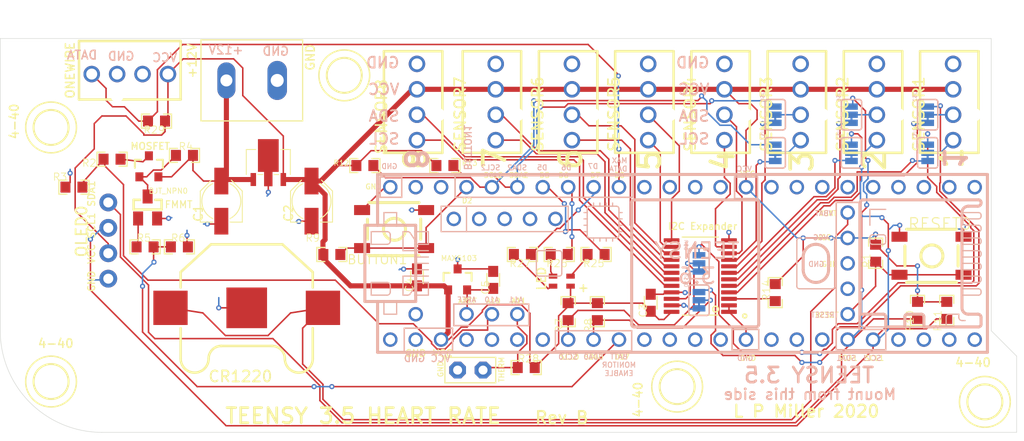
<source format=kicad_pcb>
(kicad_pcb (version 20211014) (generator pcbnew)
  (layers (0 "F.Cu" signal) (31 "B.Cu" signal) (34 "B.Paste" user) (35 "F.Paste" user) (36 "B.SilkS" user "B.Silkscreen") (37 "F.SilkS" user "F.Silkscreen") (38 "B.Mask" user) (39 "F.Mask" user) (44 "Edge.Cuts" user))
  (net 0 "")
  (net 1 "VCC")
  (net 2 "RESET")
  (net 3 "GND")
  (net 4 "VBAT")
  (net 5 "AREF")
  (net 6 "N$5")
  (net 7 "BATT_MONITOR")
  (net 8 "VRAW")
  (net 9 "N$9")
  (net 10 "N$10")
  (net 11 "BATT_MONITOR_EN")
  (net 12 "SCL2")
  (net 13 "SDA2")
  (net 14 "SCL0")
  (net 15 "SDA0")
  (net 16 "SCL1")
  (net 17 "SDA1")
  (net 18 "SC0")
  (net 19 "SD0")
  (net 20 "SC1")
  (net 21 "SD1")
  (net 22 "SC2")
  (net 23 "SD2")
  (net 24 "SC3")
  (net 25 "SD3")
  (net 26 "SC4")
  (net 27 "SD4")
  (net 28 "SC7")
  (net 29 "SD7")
  (net 30 "SC6")
  (net 31 "SD6")
  (net 32 "SC5")
  (net 33 "SD5")
  (net 34 "N$7")
  (net 35 "N$20")
  (net 36 "N$27")
  (net 37 "BLUELED")
  (net 38 "GRNLED")
  (net 39 "REDLED")
  (net 40 "N$6")
  (net 41 "MAXDATA")
  (net 42 "BUTTON1")
  (net 43 "N$11")
  (net 44 "N$12")
  (net 45 "N$3")
  (net 46 "N$4")
  (net 47 "N$13")
  (net 48 "N$14")
  (net 49 "N$15")
  (net 50 "N$16")
  (net 51 "SC0_ALT")
  (net 52 "SD0_ALT")
  (net 53 "N$1")
  (footprint "HeartRate_Daughterboard_RevB:CR1220_BATTERY_HOLDER_SMD" (layer "F.Cu") (at 122.3391 112.2426 180)
    (fp_text reference "CR1220")
    (fp_text value "CR1220_BATTERY_HOLDERSMD" hide)
  )
  (footprint "HeartRate_Daughterboard_RevB:PUSHBUTTON_SPST_PTS525_SERIES" (layer "F.Cu") (at 137.0711 104.3686)
    (fp_text reference "BUTTON1")
    (fp_text value "PUSHBUTTON_DPST_SMDSMALL" hide)
  )
  (footprint "HeartRate_Daughterboard_RevB:R0603" (layer "F.Cu") (at 115.6081 106.1466)
    (fp_text reference "R6")
    (fp_text value "10k")
  )
  (footprint "HeartRate_Daughterboard_RevB:R0603" (layer "F.Cu") (at 189.3951 112.4966 90)
    (fp_text reference "R10")
    (fp_text value "4.7k")
  )
  (footprint "HeartRate_Daughterboard_RevB:MOLEX_KK_254_4PIN_HEADER" (layer "F.Cu") (at 162.4711 95.4786 90)
    (fp_text reference "SENSOR5")
    (fp_text value "MOLEX_KK_254_4_PIN_HEADER" hide)
  )
  (footprint "HeartRate_Daughterboard_RevB:MOLEX_KK_254_4PIN_HEADER" (layer "F.Cu") (at 170.0911 95.4786 90)
    (fp_text reference "SENSOR4")
    (fp_text value "MOLEX_KK_254_4_PIN_HEADER" hide)
  )
  (footprint "HeartRate_Daughterboard_RevB:MOLEX_KK_254_4PIN_HEADER" (layer "F.Cu") (at 154.8511 95.4786 90)
    (fp_text reference "SENSOR6")
    (fp_text value "MOLEX_KK_254_4_PIN_HEADER" hide)
  )
  (footprint "HeartRate_Daughterboard_RevB:4-40-SCREW-HOLE" (layer "F.Cu") (at 102.7811 94.2086)
    (fp_text reference "U$11" hide)
    (fp_text value "HOLE-LAYOUT4-40-SOCKET-HEAD" hide)
  )
  (footprint "HeartRate_Daughterboard_RevB:PANASONIC_B" (layer "F.Cu") (at 119.7991 101.5746 90)
    (fp_text reference "C1")
    (fp_text value "1uF")
  )
  (footprint "HeartRate_Daughterboard_RevB:4-40-SCREW-HOLE" (layer "F.Cu") (at 102.7811 119.6086)
    (fp_text reference "U$4" hide)
    (fp_text value "HOLE-LAYOUT4-40-SOCKET-HEAD" hide)
  )
  (footprint "HeartRate_Daughterboard_RevB:R0603" (layer "F.Cu") (at 153.5811 106.9086 180)
    (fp_text reference "R26")
    (fp_text value "10ohm")
  )
  (footprint "HeartRate_Daughterboard_RevB:R0603" (layer "F.Cu") (at 112.1791 106.1466)
    (fp_text reference "R5")
    (fp_text value "10k")
  )
  (footprint "HeartRate_Daughterboard_RevB:R0603" (layer "F.Cu") (at 185.2041 106.7816 90)
    (fp_text reference "R1")
    (fp_text value "10k")
  )
  (footprint "HeartRate_Daughterboard_RevB:TERMINAL-2PIN-5.08MM" (layer "F.Cu") (at 122.8471 89.5096 90)
    (fp_text reference "BATTERY_TERMINAL0" hide)
    (fp_text value "TERMINAL-2PIN-5.08MMDEFAULT" hide)
  )
  (footprint "HeartRate_Daughterboard_RevB:OLED_0.96_I2C_GND_PIN1_SMALL" (layer "F.Cu") (at 108.4961 105.5116 90)
    (fp_text reference "OLED0")
    (fp_text value "OLED_0.96_I2CGND_PIN1_SMALL" hide)
  )
  (footprint "HeartRate_Daughterboard_RevB:R0603" (layer "F.Cu") (at 116.1161 97.0026)
    (fp_text reference "R4")
    (fp_text value "10k")
  )
  (footprint "HeartRate_Daughterboard_RevB:R0603" (layer "F.Cu") (at 113.3221 93.5736 180)
    (fp_text reference "R29")
    (fp_text value "4.7k")
  )
  (footprint "HeartRate_Daughterboard_RevB:0603" (layer "F.Cu") (at 139.3571 109.1946 90)
    (fp_text reference "C4")
    (fp_text value "0.1uF")
  )
  (footprint "HeartRate_Daughterboard_RevB:MOLEX_KK_254_4PIN_HEADER" (layer "F.Cu") (at 177.7111 95.4786 90)
    (fp_text reference "SENSOR3")
    (fp_text value "MOLEX_KK_254_4_PIN_HEADER" hide)
  )
  (footprint "HeartRate_Daughterboard_RevB:1X02" (layer "F.Cu") (at 144.6911 118.4656 180)
    (fp_text reference "THERMISTOR0" hide)
    (fp_text value "PINHD-1X2SILK" hide)
  )
  (footprint "HeartRate_Daughterboard_RevB:PUSHBUTTON_SPST_PTS525_SERIES" (layer "F.Cu") (at 190.7921 107.0356)
    (fp_text reference "RESET0")
    (fp_text value "PUSHBUTTON_DPST_SMDSMALL" hide)
  )
  (footprint "HeartRate_Daughterboard_RevB:R0603" (layer "F.Cu") (at 130.8481 106.9086 180)
    (fp_text reference "R9")
    (fp_text value "10k")
  )
  (footprint "HeartRate_Daughterboard_RevB:4-40-SCREW-HOLE" (layer "F.Cu") (at 132.0927 89.0016)
    (fp_text reference "U$12" hide)
    (fp_text value "HOLE-LAYOUT4-40-SOCKET-HEAD" hide)
  )
  (footprint "HeartRate_Daughterboard_RevB:0603" (layer "F.Cu") (at 162.7251 111.7346 90)
    (fp_text reference "C3")
    (fp_text value "10uF")
  )
  (footprint "HeartRate_Daughterboard_RevB:LED_RGB_SMD_1.6X1.6" (layer "F.Cu") (at 153.8351 109.5756)
    (fp_text reference "RGB_LED0" hide)
    (fp_text value "LED_3_COLOR_ANODE1" hide)
  )
  (footprint "HeartRate_Daughterboard_RevB:R0603" (layer "F.Cu") (at 175.1711 110.7186 90)
    (fp_text reference "R14")
    (fp_text value "10k")
  )
  (footprint "HeartRate_Daughterboard_RevB:R0603" (layer "F.Cu") (at 142.1511 98.0186)
    (fp_text reference "R13")
    (fp_text value "4.7k")
  )
  (footprint "HeartRate_Daughterboard_RevB:R0603" (layer "F.Cu") (at 157.3911 112.6236 90)
    (fp_text reference "R8")
    (fp_text value "4.7k")
  )
  (footprint "HeartRate_Daughterboard_RevB:MOLEX_KK_254_4PIN_HEADER" (layer "F.Cu") (at 185.3311 95.4786 90)
    (fp_text reference "SENSOR2")
    (fp_text value "MOLEX_KK_254_4_PIN_HEADER" hide)
  )
  (footprint "HeartRate_Daughterboard_RevB:R0603" (layer "F.Cu") (at 157.2641 106.9086 180)
    (fp_text reference "R25")
    (fp_text value "10ohm")
  )
  (footprint "HeartRate_Daughterboard_RevB:R0603" (layer "F.Cu") (at 149.8981 106.9086 180)
    (fp_text reference "R27")
    (fp_text value "82ohm")
  )
  (footprint "HeartRate_Daughterboard_RevB:SOT-89" (layer "F.Cu") (at 124.4981 99.4156)
    (fp_text reference "AP2204R0" hide)
    (fp_text value "AP2204R" hide)
  )
  (footprint "HeartRate_Daughterboard_RevB:MOLEX_KK_254_4PIN_HEADER" (layer "F.Cu") (at 139.3571 95.4786 90)
    (fp_text reference "SENSOR8")
    (fp_text value "MOLEX_KK_254_4_PIN_HEADER" hide)
  )
  (footprint "HeartRate_Daughterboard_RevB:SOP65P640X120-24N" (layer "F.Cu") (at 167.6781 109.0676 180)
    (fp_text reference "U1" hide)
    (fp_text value "TCA9548APWR")
  )
  (footprint "HeartRate_Daughterboard_RevB:MOLEX_KK_254_4PIN_HEADER" (layer "F.Cu") (at 147.2311 95.4786 90)
    (fp_text reference "SENSOR7")
    (fp_text value "MOLEX_KK_254_4_PIN_HEADER" hide)
  )
  (footprint "HeartRate_Daughterboard_RevB:R0603" (layer "F.Cu") (at 192.3161 112.4966 90)
    (fp_text reference "R11")
    (fp_text value "4.7k")
  )
  (footprint "HeartRate_Daughterboard_RevB:4-40-SCREW-HOLE" (layer "F.Cu") (at 196.1261 121.6406)
    (fp_text reference "U$5" hide)
    (fp_text value "HOLE-LAYOUT4-40-SOCKET-HEAD" hide)
  )
  (footprint "HeartRate_Daughterboard_RevB:PANASONIC_B" (layer "F.Cu") (at 128.8161 101.5746 90)
    (fp_text reference "C2")
    (fp_text value "1uF")
  )
  (footprint "HeartRate_Daughterboard_RevB:R0603" (layer "F.Cu") (at 108.8771 97.3836)
    (fp_text reference "R2")
    (fp_text value "47k 1%")
  )
  (footprint "HeartRate_Daughterboard_RevB:SOT23-3" (layer "F.Cu") (at 112.5601 98.1456)
    (fp_text reference "MOSFET_BSH203" hide)
    (fp_text value "MOSFET-PCHANNELBSH203" hide)
  )
  (footprint "HeartRate_Daughterboard_RevB:R0603" (layer "F.Cu") (at 105.0671 100.1776)
    (fp_text reference "R3")
    (fp_text value "10k 1%")
  )
  (footprint "HeartRate_Daughterboard_RevB:SOT23-3" (layer "F.Cu") (at 143.4211 109.4486)
    (fp_text reference "MAX6103")
    (fp_text value "MAX6100-MAX6107_VOLTAGE_REF" hide)
  )
  (footprint "HeartRate_Daughterboard_RevB:R0603" (layer "F.Cu") (at 154.4701 112.6236 90)
    (fp_text reference "R7")
    (fp_text value "4.7k")
  )
  (footprint "HeartRate_Daughterboard_RevB:MOLEX_KK_254_4PIN_HEADER" (layer "F.Cu") (at 192.9511 95.4786 90)
    (fp_text reference "SENSOR1")
    (fp_text value "MOLEX_KK_254_4_PIN_HEADER" hide)
  )
  (footprint "HeartRate_Daughterboard_RevB:MOLEX_KK_254_4PIN_HEADER" (layer "F.Cu") (at 106.8451 88.8746)
    (fp_text reference "ONEWIRE_BUS0" hide)
    (fp_text value "MOLEX_KK_254_4_PIN_HEADER" hide)
  )
  (footprint "HeartRate_Daughterboard_RevB:R0603" (layer "F.Cu") (at 150.2791 118.2116)
    (fp_text reference "R28")
    (fp_text value "4.7k 1%")
  )
  (footprint "HeartRate_Daughterboard_RevB:SOT23" (layer "F.Cu") (at 112.4331 102.2096)
    (fp_text reference "BJT_NPN0")
    (fp_text value "BJT_NPN_FMMT619TA" hide)
  )
  (footprint "HeartRate_Daughterboard_RevB:R0603" (layer "F.Cu") (at 134.1501 98.0186)
    (fp_text reference "R12")
    (fp_text value "4.7k")
  )
  (footprint "HeartRate_Daughterboard_RevB:4-40-SCREW-HOLE" (layer "F.Cu") (at 165.3667 120.1166)
    (fp_text reference "U$13" hide)
    (fp_text value "HOLE-LAYOUT4-40-SOCKET-HEAD" hide)
  )
  (footprint "HeartRate_Daughterboard_RevB:0603" (layer "F.Cu") (at 146.9771 109.4486 90)
    (fp_text reference "C5")
    (fp_text value "1uF")
  )
  (footprint "HeartRate_Daughterboard_RevB:PAD-JUMPER-3_2OF3_NC_BY_TRACE" (layer "B.Cu") (at 167.5511 107.7976 -90)
    (fp_text reference "U$9")
    (fp_text value "JUMPER-PAD-3-2OF3_NC_BY_TRACE")
  )
  (footprint "HeartRate_Daughterboard_RevB:PAD-JUMPER-3_2OF3_NC_BY_TRACE" (layer "B.Cu") (at 190.4111 96.7486 -90)
    (fp_text reference "U$1")
    (fp_text value "JUMPER-PAD-3-2OF3_NC_BY_TRACE")
  )
  (footprint "HeartRate_Daughterboard_RevB:PAD-JUMPER-3_2OF3_NC_BY_TRACE" (layer "B.Cu") (at 182.7911 96.7486 -90)
    (fp_text reference "U$3")
    (fp_text value "JUMPER-PAD-3-2OF3_NC_BY_TRACE")
  )
  (footprint "HeartRate_Daughterboard_RevB:TEENSY_3.5_3.6" (layer "B.Cu") (at 164.6301 107.7976)
    (fp_text reference "TEENSY3.5" hide)
    (fp_text value "TEENSY_3.5/3.6" hide)
  )
  (footprint "HeartRate_Daughterboard_RevB:PAD-JUMPER-3_2OF3_NC_BY_TRACE" (layer "B.Cu") (at 175.1711 92.9386 -90)
    (fp_text reference "U$8")
    (fp_text value "JUMPER-PAD-3-2OF3_NC_BY_TRACE")
  )
  (footprint "HeartRate_Daughterboard_RevB:PAD-JUMPER-3_2OF3_NC_BY_TRACE" (layer "B.Cu") (at 182.7911 92.9386 -90)
    (fp_text reference "U$6")
    (fp_text value "JUMPER-PAD-3-2OF3_NC_BY_TRACE")
  )
  (footprint "HeartRate_Daughterboard_RevB:PAD-JUMPER-3_2OF3_NC_BY_TRACE" (layer "B.Cu") (at 167.5511 111.4806 -90)
    (fp_text reference "U$10")
    (fp_text value "JUMPER-PAD-3-2OF3_NC_BY_TRACE")
  )
  (footprint "HeartRate_Daughterboard_RevB:PAD-JUMPER-3_2OF3_NC_BY_TRACE" (layer "B.Cu") (at 175.1711 96.7486 -90)
    (fp_text reference "U$7")
    (fp_text value "JUMPER-PAD-3-2OF3_NC_BY_TRACE")
  )
  (footprint "HeartRate_Daughterboard_RevB:PAD-JUMPER-3_2OF3_NC_BY_TRACE" (layer "B.Cu") (at 190.4111 92.9386 -90)
    (fp_text reference "U$2")
    (fp_text value "JUMPER-PAD-3-2OF3_NC_BY_TRACE")
  )
  (gr_line (start 143.0401 114.0206) (end 143.0401 111.8616) (layer "B.SilkS") (width 0.1524))
  (gr_line (start 170.8531 116.4336) (end 173.5201 116.4336) (layer "B.SilkS") (width 0.1524))
  (gr_line (start 171.1071 99.1616) (end 171.1071 101.3206) (layer "B.SilkS") (width 0.1524))
  (gr_line (start 135.6741 99.1616) (end 135.6741 101.1936) (layer "B.SilkS") (width 0.1524))
  (gr_line (start 160.8201 116.5606) (end 160.8201 114.5286) (layer "B.SilkS") (width 0.1524))
  (gr_line (start 143.1671 101.1936) (end 160.9471 101.1936) (layer "B.SilkS") (width 0.1524))
  (gr_line (start 138.0871 116.6876) (end 142.9131 116.6876) (layer "B.SilkS") (width 0.1524))
  (gr_line (start 170.8531 114.4016) (end 170.8531 116.4336) (layer "B.SilkS") (width 0.1524))
  (gr_line (start 173.5201 116.4336) (end 173.5201 114.4016) (layer "B.SilkS") (width 0.1524))
  (gr_line (start 173.3931 101.3206) (end 173.3931 99.1616) (layer "B.SilkS") (width 0.1524))
  (gr_line (start 160.9471 101.1936) (end 160.9471 99.0346) (layer "B.SilkS") (width 0.1524))
  (gr_line (start 150.5331 114.0206) (end 143.0401 114.0206) (layer "B.SilkS") (width 0.1524))
  (gr_line (start 153.2001 116.5606) (end 160.8201 116.5606) (layer "B.SilkS") (width 0.1524))
  (gr_line (start 181.2671 114.2746) (end 183.5531 114.2746) (layer "B.SilkS") (width 0.1524))
  (gr_line (start 150.5331 111.8616) (end 150.5331 114.0206) (layer "B.SilkS") (width 0.1524))
  (gr_line (start 142.9131 116.6876) (end 142.9131 114.2746) (layer "B.SilkS") (width 0.1524))
  (gr_line (start 171.1071 101.3206) (end 173.3931 101.3206) (layer "B.SilkS") (width 0.1524))
  (gr_line (start 137.8331 99.1616) (end 135.6741 99.1616) (layer "B.SilkS") (width 0.1524))
  (gr_line (start 138.0871 114.2746) (end 138.0871 116.6876) (layer "B.SilkS") (width 0.1524))
  (gr_line (start 153.2001 114.5286) (end 153.2001 116.5606) (layer "B.SilkS") (width 0.1524))
  (gr_line (start 183.5531 114.4016) (end 186.2201 114.4016) (layer "B.SilkS") (width 0.1524))
  (gr_line (start 183.5531 114.2746) (end 183.5531 101.7016) (layer "B.SilkS") (width 0.1524))
  (gr_line (start 135.6741 101.1936) (end 137.8331 101.1936) (layer "B.SilkS") (width 0.1524))
  (gr_line (start 160.9471 99.0346) (end 143.1671 99.0346) (layer "B.SilkS") (width 0.1524))
  (gr_line (start 160.8201 114.5286) (end 153.2001 114.5286) (layer "B.SilkS") (width 0.1524))
  (gr_line (start 181.2671 116.4336) (end 181.2671 114.5286) (layer "B.SilkS") (width 0.1524))
  (gr_line (start 181.2671 101.7016) (end 181.2671 114.2746) (layer "B.SilkS") (width 0.1524))
  (gr_line (start 143.1671 99.0346) (end 143.1671 101.1936) (layer "B.SilkS") (width 0.1524))
  (gr_line (start 137.8331 101.1936) (end 137.8331 99.1616) (layer "B.SilkS") (width 0.1524))
  (gr_line (start 142.9131 114.2746) (end 138.0871 114.2746) (layer "B.SilkS") (width 0.1524))
  (gr_line (start 143.0401 111.8616) (end 150.5331 111.8616) (layer "B.SilkS") (width 0.1524))
  (gr_line (start 173.3931 99.1616) (end 171.1071 99.1616) (layer "B.SilkS") (width 0.1524))
  (gr_line (start 173.5201 114.4016) (end 170.8531 114.4016) (layer "B.SilkS") (width 0.1524))
  (gr_line (start 186.2201 114.4016) (end 186.2201 116.4336) (layer "B.SilkS") (width 0.1524))
  (gr_line (start 183.5531 101.7016) (end 181.2671 101.7016) (layer "B.SilkS") (width 0.1524))
  (gr_line (start 186.2201 116.4336) (end 181.2671 116.4336) (layer "B.SilkS") (width 0.1524))
  (gr_circle (center 169.2021 112.3696) (end 169.486078 112.3696) (layer "F.SilkS") (width 0.1524) (fill none))
  (gr_line (start 196.7611 85.3186) (end 97.7011 85.3186) (layer "Edge.Cuts") (width 0.05))
  (gr_line (start 97.7011 85.3186) (end 97.7011 114.5286) (layer "Edge.Cuts") (width 0.05))
  (gr_line (start 199.3011 117.0686) (end 196.7611 114.5286) (layer "Edge.Cuts") (width 0.05))
  (gr_line (start 199.3011 124.6886) (end 199.3011 117.0686) (layer "Edge.Cuts") (width 0.05))
  (gr_line (start 196.7611 114.5286) (end 196.7611 85.3186) (layer "Edge.Cuts") (width 0.05))
  (gr_arc (start 107.8611 124.6886) (mid 100.676895 121.712805) (end 97.7011 114.5286) (layer "Edge.Cuts") (width 0.05))
  (gr_line (start 107.8611 124.6886) (end 199.3011 124.6886) (layer "Edge.Cuts") (width 0.05))
  (gr_text "SCL2" (at 147.7391 98.5266) (layer "B.SilkS") (effects (font (size 0.51816 0.51816) (thickness 0.09144)) (justify left bottom mirror)))
  (gr_text "A11" (at 150.0251 111.7346) (layer "B.SilkS") (effects (font (size 0.51816 0.51816) (thickness 0.09144)) (justify left bottom mirror)))
  (gr_text "D6" (at 154.8511 98.5266) (layer "B.SilkS") (effects (font (size 0.51816 0.51816) (thickness 0.09144)) (justify left bottom mirror)))
  (gr_text "GND" (at 108.3691 86.5886) (layer "B.SilkS") (effects (font (size 0.8636 0.8636) (thickness 0.1524)) (justify right top mirror)))
  (gr_text "GND" (at 168.6941 88.3666) (layer "B.SilkS") (effects (font (size 1.0795 1.0795) (thickness 0.1905)) (justify left bottom mirror)))
  (gr_text "SDA" (at 137.7061 93.7006) (layer "B.SilkS") (effects (font (size 1.0795 1.0795) (thickness 0.1905)) (justify left bottom mirror)))
  (gr_text "GND" (at 173.0121 117.5766) (layer "B.SilkS") (effects (font (size 0.51816 0.51816) (thickness 0.09144)) (justify left bottom mirror)))
  (gr_text "GND" (at 126.6571 87.0966) (layer "B.SilkS") (effects (font (size 0.8636 0.8636) (thickness 0.1524)) (justify left bottom mirror)))
  (gr_text "GND" (at 137.7061 88.3666) (layer "B.SilkS") (effects (font (size 1.0795 1.0795) (thickness 0.1905)) (justify left bottom mirror)))
  (gr_text "D7" (at 157.5181 98.3996) (layer "B.SilkS") (effects (font (size 0.51816 0.51816) (thickness 0.09144)) (justify left bottom mirror)))
  (gr_text "RESET" (at 181.1401 113.2586) (layer "B.SilkS") (effects (font (size 0.51816 0.51816) (thickness 0.09144)) (justify left bottom mirror)))
  (gr_text "SDA0" (at 158.0261 117.4496) (layer "B.SilkS") (effects (font (size 0.51816 0.51816) (thickness 0.09144)) (justify left bottom mirror)))
  (gr_text "SCL" (at 168.6941 95.9866) (layer "B.SilkS") (effects (font (size 1.0795 1.0795) (thickness 0.1905)) (justify left bottom mirror)))
  (gr_text "AREF" (at 145.3261 111.7346) (layer "B.SilkS") (effects (font (size 0.51816 0.51816) (thickness 0.09144)) (justify left bottom mirror)))
  (gr_text "VCC" (at 168.6941 91.0336) (layer "B.SilkS") (effects (font (size 1.0795 1.0795) (thickness 0.1905)) (justify left bottom mirror)))
  (gr_text "+12V" (at 122.0851 86.9696) (layer "B.SilkS") (effects (font (size 0.8636 0.8636) (thickness 0.1524)) (justify left bottom mirror)))
  (gr_text "VCC" (at 115.4811 87.7316) (layer "B.SilkS") (effects (font (size 0.8636 0.8636) (thickness 0.1524)) (justify left bottom mirror)))
  (gr_text "D5" (at 152.4381 98.5266) (layer "B.SilkS") (effects (font (size 0.51816 0.51816) (thickness 0.09144)) (justify left bottom mirror)))
  (gr_text "GND" (at 140.2461 117.7036) (layer "B.SilkS") (effects (font (size 0.69088 0.69088) (thickness 0.12192)) (justify left bottom mirror)))
  (gr_text "BATT\nMONITOR\nENABLE" (at 159.5501 116.8146) (layer "B.SilkS") (effects (font (size 0.51816 0.51816) (thickness 0.09144)) (justify top mirror)))
  (gr_text "TEENSY 3.5" (at 185.2041 119.8626) (layer "B.SilkS") (effects (font (size 1.5113 1.5113) (thickness 0.2667)) (justify left bottom mirror)))
  (gr_text "A10" (at 147.6121 111.7346) (layer "B.SilkS") (effects (font (size 0.51816 0.51816) (thickness 0.09144)) (justify left bottom mirror)))
  (gr_text "SDA1" (at 183.2991 117.5766) (layer "B.SilkS") (effects (font (size 0.51816 0.51816) (thickness 0.09144)) (justify left bottom mirror)))
  (gr_text "VCC" (at 142.7861 117.7036) (layer "B.SilkS") (effects (font (size 0.69088 0.69088) (thickness 0.12192)) (justify left bottom mirror)))
  (gr_text "SCL" (at 137.7061 95.9866) (layer "B.SilkS") (effects (font (size 1.0795 1.0795) (thickness 0.1905)) (justify left bottom mirror)))
  (gr_text "DATA" (at 107.4801 87.4776) (layer "B.SilkS") (effects (font (size 0.8636 0.8636) (thickness 0.1524)) (justify left bottom mirror)))
  (gr_text "GND" (at 137.4521 98.3996) (layer "B.SilkS") (effects (font (size 0.51816 0.51816) (thickness 0.09144)) (justify left bottom mirror)))
  (gr_text "SDA" (at 168.6941 93.7006) (layer "B.SilkS") (effects (font (size 1.0795 1.0795) (thickness 0.1905)) (justify left bottom mirror)))
  (gr_text "SCL1" (at 185.8391 117.5766) (layer "B.SilkS") (effects (font (size 0.51816 0.51816) (thickness 0.09144)) (justify left bottom mirror)))
  (gr_text "VCC" (at 172.8851 98.6536) (layer "B.SilkS") (effects (font (size 0.51816 0.51816) (thickness 0.09144)) (justify left bottom mirror)))
  (gr_text "SCL0" (at 155.4861 117.4496) (layer "B.SilkS") (effects (font (size 0.51816 0.51816) (thickness 0.09144)) (justify left bottom mirror)))
  (gr_text "1" (at 191.8081 98.5266 -90) (layer "B.SilkS") (effects (font (size 2.159 2.159) (thickness 0.381)) (justify left bottom mirror)))
  (gr_text "VCC" (at 180.5051 105.5116) (layer "B.SilkS") (effects (font (size 0.51816 0.51816) (thickness 0.09144)) (justify left bottom mirror)))
  (gr_text "Mount from this side" (at 187.3631 121.5136) (layer "B.SilkS") (effects (font (size 1.0795 1.0795) (thickness 0.1905)) (justify left bottom mirror)))
  (gr_text "GND" (at 180.1241 108.1786) (layer "B.SilkS") (effects (font (size 0.51816 0.51816) (thickness 0.09144)) (justify left bottom mirror)))
  (gr_text "8" (at 137.9601 98.6536 -90) (layer "B.SilkS") (effects (font (size 2.159 2.159) (thickness 0.381)) (justify left bottom mirror)))
  (gr_text "BUTTON1" (at 144.8181 93.8276 -90) (layer "B.SilkS") (effects (font (size 0.69088 0.69088) (thickness 0.12192)) (justify right top mirror)))
  (gr_text "VBAT" (at 181.0131 103.0986) (layer "B.SilkS") (effects (font (size 0.51816 0.51816) (thickness 0.09144)) (justify left bottom mirror)))
  (gr_text "VCC" (at 137.7061 91.0336) (layer "B.SilkS") (effects (font (size 1.0795 1.0795) (thickness 0.1905)) (justify left bottom mirror)))
  (gr_text "SDA2" (at 150.4061 98.5266) (layer "B.SilkS") (effects (font (size 0.51816 0.51816) (thickness 0.09144)) (justify left bottom mirror)))
  (gr_text "MAX\nDATA" (at 160.4391 98.6536) (layer "B.SilkS") (effects (font (size 0.51816 0.51816) (thickness 0.09144)) (justify left bottom mirror)))
  (gr_text "4-40" (at 193.0781 118.2116) (layer "F.SilkS") (effects (font (size 0.8636 0.8636) (thickness 0.1524)) (justify left bottom)))
  (gr_text "GND" (at 134.1501 100.4316) (layer "F.SilkS") (effects (font (size 0.51816 0.51816) (thickness 0.09144)) (justify left bottom)))
  (gr_text "4-40" (at 101.3841 116.3066) (layer "F.SilkS") (effects (font (size 0.8636 0.8636) (thickness 0.1524)) (justify left bottom)))
  (gr_text "L P Miller 2020" (at 170.8531 123.2916) (layer "F.SilkS") (effects (font (size 1.20904 1.20904) (thickness 0.21336)) (justify left bottom)))
  (gr_text "SDA0" (at 155.9941 117.4496) (layer "F.SilkS") (effects (font (size 0.51816 0.51816) (thickness 0.09144)) (justify left bottom)))
  (gr_text "D5" (at 151.5491 99.2886) (layer "F.SilkS") (effects (font (size 0.51816 0.51816) (thickness 0.09144)) (justify left bottom)))
  (gr_text "1" (at 194.0941 98.5266 90) (layer "F.SilkS") (effects (font (size 2.159 2.159) (thickness 0.381)) (justify left bottom)))
  (gr_text "VCC" (at 179.2351 105.5116) (layer "F.SilkS") (effects (font (size 0.51816 0.51816) (thickness 0.09144)) (justify left bottom)))
  (gr_text "VCC" (at 171.6151 99.1616) (layer "F.SilkS") (effects (font (size 0.51816 0.51816) (thickness 0.09144)) (justify left bottom)))
  (gr_text "+" (at 155.3591 110.7186) (layer "F.SilkS") (effects (font (size 0.8636 0.8636) (thickness 0.1524)) (justify left bottom)))
  (gr_text "6" (at 155.9941 98.6536 90) (layer "F.SilkS") (effects (font (size 2.159 2.159) (thickness 0.381)) (justify left bottom)))
  (gr_text "A11" (at 148.7551 111.8616) (layer "F.SilkS") (effects (font (size 0.51816 0.51816) (thickness 0.09144)) (justify left bottom)))
  (gr_text "AREF" (at 143.4211 111.8616) (layer "F.SilkS") (effects (font (size 0.51816 0.51816) (thickness 0.09144)) (justify left bottom)))
  (gr_text "LED" (at 152.3111 110.5916 90) (layer "F.SilkS") (effects (font (size 0.8636 0.8636) (thickness 0.1524)) (justify left bottom)))
  (gr_text "GND" (at 142.0241 119.2276 90) (layer "F.SilkS") (effects (font (size 0.51816 0.51816) (thickness 0.09144)) (justify left bottom)))
  (gr_text "MOSFET" (at 110.6551 96.4946) (layer "F.SilkS") (effects (font (size 0.69088 0.69088) (thickness 0.12192)) (justify left bottom)))
  (gr_text "SDA1" (at 181.3941 117.5766) (layer "F.SilkS") (effects (font (size 0.51816 0.51816) (thickness 0.09144)) (justify left bottom)))
  (gr_text "5" (at 163.8681 98.7806 90) (layer "F.SilkS") (effects (font (size 2.159 2.159) (thickness 0.381)) (justify left bottom)))
  (gr_text "VCC" (at 140.8811 117.1956) (layer "F.SilkS") (effects (font (size 0.69088 0.69088) (thickness 0.12192)) (justify left bottom)))
  (gr_text "D8" (at 159.0421 99.2886) (layer "F.SilkS") (effects (font (size 0.51816 0.51816) (thickness 0.09144)) (justify left bottom)))
  (gr_text "SDA2" (at 148.5011 99.2886) (layer "F.SilkS") (effects (font (size 0.51816 0.51816) (thickness 0.09144)) (justify left bottom)))
  (gr_text "SCL1" (at 184.0611 117.5766) (layer "F.SilkS") (effects (font (size 0.51816 0.51816) (thickness 0.09144)) (justify left bottom)))
  (gr_text "GND" (at 129.1971 88.6206 90) (layer "F.SilkS") (effects (font (size 0.8636 0.8636) (thickness 0.1524)) (justify left bottom)))
  (gr_text "4" (at 171.2341 98.7806 90) (layer "F.SilkS") (effects (font (size 2.159 2.159) (thickness 0.381)) (justify left bottom)))
  (gr_text "ONEWIRE" (at 105.1941 91.4146 90) (layer "F.SilkS") (effects (font (size 0.8636 0.8636) (thickness 0.1524)) (justify left bottom)))
  (gr_text "D2" (at 143.8021 101.8286) (layer "F.SilkS") (effects (font (size 0.51816 0.51816) (thickness 0.09144)) (justify left bottom)))
  (gr_text "8" (at 140.5001 98.6536 90) (layer "F.SilkS") (effects (font (size 2.159 2.159) (thickness 0.381)) (justify left bottom)))
  (gr_text "2" (at 186.3471 98.7806 90) (layer "F.SilkS") (effects (font (size 2.159 2.159) (thickness 0.381)) (justify left bottom)))
  (gr_text "SCL2" (at 145.9611 99.2886) (layer "F.SilkS") (effects (font (size 0.51816 0.51816) (thickness 0.09144)) (justify left bottom)))
  (gr_text "D17" (at 159.0421 117.4496) (layer "F.SilkS") (effects (font (size 0.51816 0.51816) (thickness 0.09144)) (justify left bottom)))
  (gr_text "TEENSY 3.5 HEART RATE " (at 120.0531 123.9266) (layer "F.SilkS") (effects (font (size 1.5113 1.5113) (thickness 0.2667)) (justify left bottom)))
  (gr_text "SCL0" (at 153.5811 117.4496) (layer "F.SilkS") (effects (font (size 0.51816 0.51816) (thickness 0.09144)) (justify left bottom)))
  (gr_text "VCC" (at 107.2261 107.9246 90) (layer "F.SilkS") (effects (font (size 0.69088 0.69088) (thickness 0.12192)) (justify left bottom)))
  (gr_text "D6" (at 153.4541 99.2886) (layer "F.SilkS") (effects (font (size 0.51816 0.51816) (thickness 0.09144)) (justify left bottom)))
  (gr_text "7" (at 148.3741 98.5266 90) (layer "F.SilkS") (effects (font (size 2.159 2.159) (thickness 0.381)) (justify left bottom)))
  (gr_text "Rev B" (at 151.0411 123.9266) (layer "F.SilkS") (effects (font (size 1.20904 1.20904) (thickness 0.21336)) (justify left bottom)))
  (gr_text "RESET" (at 179.1081 113.2586) (layer "F.SilkS") (effects (font (size 0.51816 0.51816) (thickness 0.09144)) (justify left bottom)))
  (gr_text "I2C Expander" (at 164.3761 104.4956) (layer "F.SilkS") (effects (font (size 0.69088 0.69088) (thickness 0.12192)) (justify left bottom)))
  (gr_text "D7" (at 156.6291 99.2886) (layer "F.SilkS") (effects (font (size 0.51816 0.51816) (thickness 0.09144)) (justify left bottom)))
  (gr_text "A10" (at 146.2151 111.8616) (layer "F.SilkS") (effects (font (size 0.51816 0.51816) (thickness 0.09144)) (justify left bottom)))
  (gr_text "GND" (at 138.0871 117.1956) (layer "F.SilkS") (effects (font (size 0.69088 0.69088) (thickness 0.12192)) (justify left bottom)))
  (gr_text "SCL1" (at 107.2261 105.3846 90) (layer "F.SilkS") (effects (font (size 0.69088 0.69088) (thickness 0.12192)) (justify left bottom)))
  (gr_text "3" (at 179.1081 98.9076 90) (layer "F.SilkS") (effects (font (size 2.159 2.159) (thickness 0.381)) (justify left bottom)))
  (gr_text "A11" (at 148.7551 111.8616) (layer "F.SilkS") (effects (font (size 0.51816 0.51816) (thickness 0.09144)) (justify left bottom)))
  (gr_text "4-40" (at 99.6061 95.4786 90) (layer "F.SilkS") (effects (font (size 0.8636 0.8636) (thickness 0.1524)) (justify left bottom)))
  (gr_text "FMMT" (at 114.0841 102.3366) (layer "F.SilkS") (effects (font (size 0.707136 0.707136) (thickness 0.105664)) (justify left bottom)))
  (gr_text "VBAT" (at 179.4891 103.0986) (layer "F.SilkS") (effects (font (size 0.51816 0.51816) (thickness 0.09144)) (justify left bottom)))
  (gr_text "GND" (at 107.2261 110.7186 90) (layer "F.SilkS") (effects (font (size 0.69088 0.69088) (thickness 0.12192)) (justify left bottom)))
  (gr_text "SDA1" (at 107.2261 102.2096 90) (layer "F.SilkS") (effects (font (size 0.69088 0.69088) (thickness 0.12192)) (justify left bottom)))
  (gr_text "GND" (at 179.7431 108.1786) (layer "F.SilkS") (effects (font (size 0.51816 0.51816) (thickness 0.09144)) (justify left bottom)))
  (gr_text "4-40" (at 161.9631 123.2916 90) (layer "F.SilkS") (effects (font (size 0.8636 0.8636) (thickness 0.1524)) (justify left bottom)))
  (gr_text "THERM" (at 148.1201 119.7356 90) (layer "F.SilkS") (effects (font (size 0.51816 0.51816) (thickness 0.09144)) (justify left bottom)))
  (gr_text "+12V" (at 117.3861 89.3826 90) (layer "F.SilkS") (effects (font (size 0.8636 0.8636) (thickness 0.1524)) (justify left bottom)))
  (gr_text "GND" (at 171.6151 117.5766) (layer "F.SilkS") (effects (font (size 0.51816 0.51816) (thickness 0.09144)) (justify left bottom)))
  (segment (start 114.4651 88.8746) (end 114.4651 93.2806) (width 0.1524) (layer "F.Cu") (net 1))
  (segment (start 162.7251 112.5846) (end 161.9141 111.7736) (width 0.1524) (layer "F.Cu") (net 1))
  (segment (start 162.4711 90.3986) (end 170.0911 90.3986) (width 0.508) (layer "F.Cu") (net 1))
  (segment (start 164.0461 113.4046) (end 163.5451 113.4046) (width 0.1524) (layer "F.Cu") (net 1))
  (segment (start 151.1291 118.2116) (end 153.5176 115.8231) (width 0.1524) (layer "F.Cu") (net 1))
  (segment (start 131.005875 98.303375) (end 129.74105 99.5682) (width 0.508) (layer "F.Cu") (net 1))
  (segment (start 129.9591 105.6386) (end 129.9591 106.8696) (width 0.508) (layer "F.Cu") (net 1))
  (segment (start 185.9915 106.7275) (end 187.3156 108.0516) (width 0.1524) (layer "F.Cu") (net 1))
  (segment (start 133.3001 98.0186) (end 133.659918 97.658782) (width 0.1524) (layer "F.Cu") (net 1))
  (segment (start 177.7111 90.3986) (end 185.3311 90.3986) (width 0.508) (layer "F.Cu") (net 1))
  (segment (start 185.3311 90.3986) (end 192.9511 90.3986) (width 0.508) (layer "F.Cu") (net 1))
  (segment (start 112.0521 94.9706) (end 113.8301 94.9706) (width 0.1524) (layer "F.Cu") (net 1))
  (segment (start 125.9981 99.4156) (end 125.9981 95.0736) (width 0.1524) (layer "F.Cu") (net 1))
  (segment (start 139.8147 96.5322) (end 134.765318 96.5322) (width 0.1524) (layer "F.Cu") (net 1))
  (segment (start 171.5239 91.8314) (end 172.708718 91.8314) (width 0.1524) (layer "F.Cu") (net 1))
  (segment (start 130.1741 105.4236) (end 129.9591 105.6386) (width 0.508) (layer "F.Cu") (net 1))
  (segment (start 154.4701 112.100313) (end 154.4701 111.7736) (width 0.1524) (layer "F.Cu") (net 1))
  (segment (start 147.2311 90.3986) (end 154.8511 90.3986) (width 0.508) (layer "F.Cu") (net 1))
  (segment (start 130.1741 100.9262) (end 130.1741 105.4236) (width 0.508) (layer "F.Cu") (net 1))
  (segment (start 142.0671 110.0446) (end 142.4711 110.4486) (width 0.508) (layer "F.Cu") (net 1))
  (segment (start 154.4701 111.7736) (end 157.3911 111.7736) (width 0.1524) (layer "F.Cu") (net 1))
  (segment (start 187.3156 108.0516) (end 189.3951 108.0516) (width 0.1524) (layer "F.Cu") (net 1))
  (segment (start 150.6474 117.7299) (end 151.1291 118.2116) (width 0.1524) (layer "F.Cu") (net 1))
  (segment (start 145.8976 112.483057) (end 146.455556 111.9251) (width 0.1524) (layer "F.Cu") (net 1))
  (segment (start 185.9915 106.719) (end 185.9915 106.7275) (width 0.1524) (layer "F.Cu") (net 1))
  (segment (start 145.8976 112.637144) (end 145.8976 112.483057) (width 0.1524) (layer "F.Cu") (net 1))
  (segment (start 172.708718 91.8314) (end 173.3573 92.479982) (width 0.1524) (layer "F.Cu") (net 1))
  (segment (start 128.6635 99.4156) (end 128.8161 99.5682) (width 0.1524) (layer "F.Cu") (net 1))
  (segment (start 161.9141 111.7736) (end 157.3911 111.7736) (width 0.1524) (layer "F.Cu") (net 1))
  (segment (start 189.3951 110.5278) (end 189.3951 111.6466) (width 0.1524) (layer "F.Cu") (net 1))
  (segment (start 185.2041 105.9316) (end 185.9915 106.719) (width 0.1524) (layer "F.Cu") (net 1))
  (segment (start 139.3571 110.0446) (end 132.7141 110.0446) (width 0.508) (layer "F.Cu") (net 1))
  (segment (start 121.9437 88.269113) (end 121.028587 87.354) (width 0.1524) (layer "F.Cu") (net 1))
  (segment (start 113.8301 94.9706) (end 114.1721 94.6286) (width 0.1524) (layer "F.Cu") (net 1))
  (segment (start 173.3573 92.479982) (end 173.3573 93.397219) (width 0.1524) (layer "F.Cu") (net 1))
  (segment (start 170.0911 90.3986) (end 177.7111 90.3986) (width 0.508) (layer "F.Cu") (net 1))
  (segment (start 177.9651 105.2576) (end 180.7591 105.2576) (width 0.1524) (layer "F.Cu") (net 1))
  (segment (start 185.2041 104.8766) (end 185.2041 105.9316) (width 0.1524) (layer "F.Cu") (net 1))
  (segment (start 133.659918 97.6376) (end 133.659918 97.658782) (width 0.1524) (layer "F.Cu") (net 1))
  (segment (start 162.7251 112.5846) (end 163.5451 113.4046) (width 0.1524) (layer "F.Cu") (net 1))
  (segment (start 121.028587 87.354) (end 115.9857 87.354) (width 0.1524) (layer "F.Cu") (net 1))
  (segment (start 139.3571 90.3986) (end 147.2311 90.3986) (width 0.508) (layer "F.Cu") (net 1))
  (segment (start 133.3001 98.0186) (end 131.29065 98.0186) (width 0.1524) (layer "F.Cu") (net 1))
  (segment (start 150.6474 112.787857) (end 150.6474 117.7299) (width 0.1524) (layer "F.Cu") (net 1))
  (segment (start 153.5176 115.8231) (end 153.5176 113.052813) (width 0.1524) (layer "F.Cu") (net 1))
  (segment (start 144.374443 114.1603) (end 145.8976 112.637144) (width 0.1524) (layer "F.Cu") (net 1))
  (segment (start 125.9981 99.4156) (end 128.6635 99.4156) (width 0.508) (layer "F.Cu") (net 1))
  (segment (start 114.1721 94.6286) (end 114.1721 93.5736) (width 0.1524) (layer "F.Cu") (net 1))
  (segment (start 115.9857 87.354) (end 114.4651 88.8746) (width 0.1524) (layer "F.Cu") (net 1))
  (segment (start 139.3571 110.0446) (end 142.0671 110.0446) (width 0.508) (layer "F.Cu") (net 1))
  (segment (start 146.455556 111.9251) (end 149.784643 111.9251) (width 0.1524) (layer "F.Cu") (net 1))
  (segment (start 175.1711 109.8686) (end 177.9651 107.0746) (width 0.1524) (layer "F.Cu") (net 1))
  (segment (start 105.1885 102.515732) (end 105.1885 98.262913) (width 0.1524) (layer "F.Cu") (net 1))
  (segment (start 154.8511 90.3986) (end 162.4711 90.3986) (width 0.508) (layer "F.Cu") (net 1))
  (segment (start 131.29065 98.0186) (end 131.005875 98.303375) (width 0.1524) (layer "F.Cu") (net 1))
  (segment (start 128.8161 99.5682) (end 130.1741 100.9262) (width 0.508) (layer "F.Cu") (net 1))
  (segment (start 141.3011 98.0186) (end 139.8147 96.5322) (width 0.1524) (layer "F.Cu") (net 1))
  (segment (start 107.0991 93.8276) (end 107.8611 93.0656) (width 0.1524) (layer "F.Cu") (net 1))
  (segment (start 133.659918 97.6376) (end 134.765318 96.5322) (width 0.1524) (layer "F.Cu") (net 1))
  (segment (start 125.9981 95.0736) (end 121.9437 91.0192) (width 0.1524) (layer "F.Cu") (net 1))
  (segment (start 114.4651 93.2806) (end 114.1721 93.5736) (width 0.1524) (layer "F.Cu") (net 1))
  (segment (start 172.2501 94.504419) (end 172.2501 100.1776) (width 0.1524) (layer "F.Cu") (net 1))
  (segment (start 177.9651 107.0746) (end 177.9651 105.2576) (width 0.1524) (layer "F.Cu") (net 1))
  (segment (start 107.0991 96.352313) (end 107.0991 93.8276) (width 0.1524) (layer "F.Cu") (net 1))
  (segment (start 129.9591 107.2896) (end 129.9591 106.8696) (width 0.508) (layer "F.Cu") (net 1))
  (segment (start 142.4711 114.7166) (end 142.4711 110.4486) (width 0.508) (layer "F.Cu") (net 1))
  (segment (start 141.7701 115.4176) (end 142.4711 114.7166) (width 0.508) (layer "F.Cu") (net 1))
  (segment (start 132.7141 110.0446) (end 129.9591 107.2896) (width 0.508) (layer "F.Cu") (net 1))
  (segment (start 142.532 115.4176) (end 143.7893 114.1603) (width 0.1524) (layer "F.Cu") (net 1))
  (segment (start 149.784643 111.9251) (end 150.6474 112.787857) (width 0.1524) (layer "F.Cu") (net 1))
  (segment (start 108.4993 105.826532) (end 105.1885 102.515732) (width 0.1524) (layer "F.Cu") (net 1))
  (segment (start 121.9437 91.0192) (end 121.9437 88.269113) (width 0.1524) (layer "F.Cu") (net 1))
  (segment (start 141.7701 115.4176) (end 142.532 115.4176) (width 0.1524) (layer "F.Cu") (net 1))
  (segment (start 129.9591 106.8696) (end 129.9981 106.9086) (width 0.508) (layer "F.Cu") (net 1))
  (segment (start 112.0521 94.8436) (end 112.0521 94.9706) (width 0.1524) (layer "F.Cu") (net 1))
  (segment (start 154.7101 111.5336) (end 154.4701 111.7736) (width 0.1524) (layer "F.Cu") (net 1))
  (segment (start 108.4993 106.786) (end 108.4993 105.826532) (width 0.1524) (layer "F.Cu") (net 1))
  (segment (start 128.8161 99.5682) (end 129.74105 99.5682) (width 0.508) (layer "F.Cu") (net 1))
  (segment (start 105.1885 98.262913) (end 107.0991 96.352313) (width 0.1524) (layer "F.Cu") (net 1))
  (segment (start 143.7893 114.1603) (end 144.374443 114.1603) (width 0.1524) (layer "F.Cu") (net 1))
  (segment (start 173.3573 93.397219) (end 172.2501 94.504419) (width 0.1524) (layer "F.Cu") (net 1))
  (segment (start 153.5176 113.052813) (end 154.4701 112.100313) (width 0.1524) (layer "F.Cu") (net 1))
  (segment (start 164.0461 113.4046) (end 164.8081 112.6426) (width 0.1524) (layer "F.Cu") (net 1))
  (segment (start 138.91065 90.3986) (end 139.3571 90.3986) (width 0.508) (layer "F.Cu") (net 1))
  (segment (start 154.7101 110.0756) (end 154.7101 111.5336) (width 0.1524) (layer "F.Cu") (net 1))
  (segment (start 107.8611 93.0656) (end 110.2741 93.0656) (width 0.1524) (layer "F.Cu") (net 1))
  (segment (start 192.3161 111.6466) (end 189.3951 111.6466) (width 0.1524) (layer "F.Cu") (net 1))
  (segment (start 170.0911 90.3986) (end 171.5239 91.8314) (width 0.1524) (layer "F.Cu") (net 1))
  (segment (start 138.91065 90.3986) (end 131.005875 98.303375) (width 0.508) (layer "F.Cu") (net 1))
  (segment (start 110.2741 93.0656) (end 112.0521 94.8436) (width 0.1524) (layer "F.Cu") (net 1))
  (via (at 177.9651 105.2576) (size 0.508) (drill 0.254) (layers "F.Cu" "B.Cu") (net 1))
  (via (at 185.2041 104.8766) (size 0.508) (drill 0.254) (layers "F.Cu" "B.Cu") (net 1))
  (via (at 189.3951 110.5278) (size 0.508) (drill 0.254) (layers "F.Cu" "B.Cu") (net 1))
  (via (at 189.3951 108.0516) (size 0.508) (drill 0.254) (layers "F.Cu" "B.Cu") (net 1))
  (via (at 180.7591 105.2576) (size 0.508) (drill 0.254) (layers "F.Cu" "B.Cu") (net 1))
  (segment (start 182.4101 105.2576) (end 184.8231 105.2576) (width 0.1524) (layer "B.Cu") (net 1))
  (segment (start 180.7591 105.2576) (end 182.4101 105.2576) (width 0.1524) (layer "B.Cu") (net 1))
  (segment (start 189.3951 108.0516) (end 189.3951 110.5278) (width 0.1524) (layer "B.Cu") (net 1))
  (segment (start 177.3301 105.2576) (end 177.9651 105.2576) (width 0.1524) (layer "B.Cu") (net 1))
  (segment (start 172.2501 100.1776) (end 177.3301 105.2576) (width 0.1524) (layer "B.Cu") (net 1))
  (segment (start 184.8231 105.2576) (end 185.2041 104.8766) (width 0.1524) (layer "B.Cu") (net 1))
  (segment (start 187.5921 108.9356) (end 186.5081 108.9356) (width 0.1524) (layer "F.Cu") (net 2))
  (segment (start 187.5921 108.9356) (end 193.9921 108.9356) (width 0.1524) (layer "F.Cu") (net 2))
  (segment (start 186.5081 108.9356) (end 185.2041 107.6316) (width 0.1524) (layer "F.Cu") (net 2))
  (segment (start 182.4101 112.8776) (end 185.2041 110.0836) (width 0.1524) (layer "F.Cu") (net 2))
  (segment (start 185.2041 110.0836) (end 185.2041 107.6316) (width 0.1524) (layer "F.Cu") (net 2))
  (segment (start 114.4651 103.3526) (end 114.5286 103.2891) (width 0.1524) (layer "F.Cu") (net 3))
  (segment (start 119.7991 103.581) (end 119.5195 103.8606) (width 0.1524) (layer "F.Cu") (net 3))
  (segment (start 104.2171 100.1776) (end 104.6861 99.7086) (width 0.1524) (layer "F.Cu") (net 3))
  (segment (start 128.8161 103.581) (end 127.5717 103.581) (width 0.1524) (layer "F.Cu") (net 3))
  (segment (start 133.8711 102.4686) (end 136.1621 100.1776) (width 0.1524) (layer "F.Cu") (net 3))
  (segment (start 127.5717 103.581) (end 127.5461 103.6066) (width 0.1524) (layer "F.Cu") (net 3))
  (segment (start 164.8081 110.6926) (end 164.7705 110.655) (width 0.1524) (layer "F.Cu") (net 3))
  (segment (start 170.5481 105.4926) (end 170.5481 104.8006) (width 0.1524) (layer "F.Cu") (net 3))
  (segment (start 140.2711 102.4686) (end 138.8541 102.4686) (width 0.1524) (layer "F.Cu") (net 3))
  (segment (start 193.9921 105.1356) (end 193.9921 104.1396) (width 0.1524) (layer "F.Cu") (net 3))
  (segment (start 138.0871 108.3056) (end 138.0236 108.3691) (width 0.1524) (layer "F.Cu") (net 3))
  (segment (start 170.5991 104.7496) (end 170.5356 104.6861) (width 0.1524) (layer "F.Cu") (net 3))
  (segment (start 164.212431 110.655) (end 163.982831 110.8846) (width 0.1524) (layer "F.Cu") (net 3))
  (segment (start 146.7271 108.3486) (end 146.9771 108.5986) (width 0.1524) (layer "F.Cu") (net 3))
  (segment (start 119.5195 103.8606) (end 118.4021 103.8606) (width 0.1524) (layer "F.Cu") (net 3))
  (segment (start 138.1261 108.3446) (end 138.0871 108.3056) (width 0.1524) (layer "F.Cu") (net 3))
  (segment (start 193.9921 104.1396) (end 193.9671 104.1146) (width 0.1524) (layer "F.Cu") (net 3))
  (segment (start 166.1281 110.6926) (end 166.1541 110.7186) (width 0.1524) (layer "F.Cu") (net 3))
  (segment (start 172.2501 114.3446) (end 172.2501 115.4176) (width 0.1524) (layer "F.Cu") (net 3))
  (segment (start 143.4211 108.3486) (end 146.7271 108.3486) (width 0.1524) (layer "F.Cu") (net 3))
  (segment (start 124.4981 99.3281) (end 124.4981 100.6856) (width 0.1524) (layer "F.Cu") (net 3))
  (segment (start 170.5481 112.6426) (end 170.5481 111.9926) (width 0.1524) (layer "F.Cu") (net 3))
  (segment (start 170.5481 112.6426) (end 172.2501 114.3446) (width 0.1524) (layer "F.Cu") (net 3))
  (segment (start 187.5921 104.0126) (end 187.6171 103.9876) (width 0.1524) (layer "F.Cu") (net 3))
  (segment (start 143.4211 108.3486) (end 143.4211 107.4166) (width 0.1524) (layer "F.Cu") (net 3))
  (segment (start 116.3701 106.0586) (end 116.3701 105.0036) (width 0.1524) (layer "F.Cu") (net 3))
  (segment (start 163.982831 110.8846) (end 162.7251 110.8846) (width 0.1524) (layer "F.Cu") (net 3))
  (segment (start 170.5481 104.8006) (end 170.5991 104.7496) (width 0.1524) (layer "F.Cu") (net 3))
  (segment (start 113.3831 103.3096) (end 114.4221 103.3096) (width 0.1524) (layer "F.Cu") (net 3))
  (segment (start 138.8541 102.4686) (end 138.8491 102.4636) (width 0.1524) (layer "F.Cu") (net 3))
  (segment (start 164.8081 110.6926) (end 166.1281 110.6926) (width 0.1524) (layer "F.Cu") (net 3))
  (segment (start 136.1621 100.1776) (end 136.6901 100.1776) (width 0.1524) (layer "F.Cu") (net 3))
  (segment (start 187.5921 105.1356) (end 187.5921 104.0126) (width 0.1524) (layer "F.Cu") (net 3))
  (segment (start 114.4221 103.3096) (end 114.4651 103.3526) (width 0.1524) (layer "F.Cu") (net 3))
  (segment (start 116.4581 106.1466) (end 116.3701 106.0586) (width 0.1524) (layer "F.Cu") (net 3))
  (segment (start 122.3391 112.2426) (end 119.5451 112.2426) (width 0.1524) (layer "F.Cu") (net 3))
  (segment (start 104.6861 99.7086) (end 104.6861 98.7806) (width 0.1524) (layer "F.Cu") (net 3))
  (segment (start 164.7705 110.655) (end 164.212431 110.655) (width 0.1524) (layer "F.Cu") (net 3))
  (segment (start 139.3571 108.3446) (end 138.1261 108.3446) (width 0.1524) (layer "F.Cu") (net 3))
  (via (at 138.0236 108.3691) (size 0.508) (drill 0.254) (layers "F.Cu" "B.Cu") (net 3))
  (via (at 143.4211 107.4166) (size 0.508) (drill 0.254) (layers "F.Cu" "B.Cu") (net 3))
  (via (at 138.8491 102.4636) (size 0.508) (drill 0.254) (layers "F.Cu" "B.Cu") (net 3))
  (via (at 166.1541 110.7186) (size 0.508) (drill 0.254) (layers "F.Cu" "B.Cu") (net 3))
  (via (at 193.9671 104.1146) (size 0.508) (drill 0.254) (layers "F.Cu" "B.Cu") (net 3))
  (via (at 127.5461 103.6066) (size 0.508) (drill 0.254) (layers "F.Cu" "B.Cu") (net 3))
  (via (at 116.3701 105.0036) (size 0.508) (drill 0.254) (layers "F.Cu" "B.Cu") (net 3))
  (via (at 187.6171 103.9876) (size 0.508) (drill 0.254) (layers "F.Cu" "B.Cu") (net 3))
  (via (at 118.4021 103.8606) (size 0.508) (drill 0.254) (layers "F.Cu" "B.Cu") (net 3))
  (via (at 119.5451 112.2426) (size 0.508) (drill 0.254) (layers "F.Cu" "B.Cu") (net 3))
  (via (at 124.4981 100.6856) (size 0.508) (drill 0.254) (layers "F.Cu" "B.Cu") (net 3))
  (via (at 104.6861 98.7806) (size 0.508) (drill 0.254) (layers "F.Cu" "B.Cu") (net 3))
  (via (at 114.5286 103.2891) (size 0.508) (drill 0.254) (layers "F.Cu" "B.Cu") (net 3))
  (via (at 170.5356 104.6861) (size 0.508) (drill 0.254) (layers "F.Cu" "B.Cu") (net 3))
  (segment (start 193.7131 104.3686) (end 192.9511 104.3686) (width 0.1524) (layer "B.Cu") (net 3))
  (segment (start 119.5451 112.2426) (end 119.5451 111.2266) (width 0.1524) (layer "B.Cu") (net 3))
  (segment (start 187.6171 103.9876) (end 186.9821 103.9876) (width 0.1524) (layer "B.Cu") (net 3))
  (segment (start 186.9821 103.9876) (end 186.6011 104.3686) (width 0.1524) (layer "B.Cu") (net 3))
  (segment (start 138.0236 108.3691) (end 137.6426 108.3691) (width 0.1524) (layer "B.Cu") (net 3))
  (segment (start 166.1541 110.7186) (end 166.6621 110.7186) (width 0.1524) (layer "B.Cu") (net 3))
  (segment (start 127.5461 103.6066) (end 127.2921 103.6066) (width 0.1524) (layer "B.Cu") (net 3))
  (segment (start 114.5921 103.2256) (end 114.8461 103.2256) (width 0.1524) (layer "B.Cu") (net 3))
  (segment (start 118.4021 103.8606) (end 118.0211 103.8606) (width 0.1524) (layer "B.Cu") (net 3))
  (segment (start 170.5356 104.5591) (end 170.5991 104.4956) (width 0.1524) (layer "B.Cu") (net 3))
  (segment (start 170.5356 104.6861) (end 170.5356 104.5591) (width 0.1524) (layer "B.Cu") (net 3))
  (segment (start 193.9671 104.1146) (end 193.7131 104.3686) (width 0.1524) (layer "B.Cu") (net 3))
  (segment (start 108.4993 109.326) (end 108.3767 109.4486) (width 0.1524) (layer "B.Cu") (net 3))
  (segment (start 114.5286 103.2891) (end 114.5921 103.2256) (width 0.1524) (layer "B.Cu") (net 3))
  (segment (start 116.3701 105.0036) (end 116.3701 104.4956) (width 0.1524) (layer "B.Cu") (net 3))
  (segment (start 137.6426 108.3691) (end 137.5791 108.4326) (width 0.1524) (layer "B.Cu") (net 3))
  (segment (start 108.3767 109.4486) (end 106.5911 109.4486) (width 0.1524) (layer "B.Cu") (net 3))
  (segment (start 124.4981 100.9396) (end 124.3711 101.0666) (width 0.1524) (layer "B.Cu") (net 3))
  (segment (start 124.4981 100.6856) (end 124.4981 100.9396) (width 0.1524) (layer "B.Cu") (net 3))
  (segment (start 104.6861 98.7806) (end 104.6861 98.3996) (width 0.1524) (layer "B.Cu") (net 3))
  (segment (start 143.4211 107.4166) (end 143.4211 107.1626) (width 0.1524) (layer "B.Cu") (net 3))
  (segment (start 138.8491 102.4636) (end 138.5951 102.4636) (width 0.1524) (layer "B.Cu") (net 3))
  (segment (start 114.7191 112.2426) (end 117.951812 112.7506) (width 0.1524) (layer "F.Cu") (net 4))
  (segment (start 124.465787 115.0112) (end 126.726387 112.7506) (width 0.1524) (layer "F.Cu") (net 4))
  (segment (start 178.7271 121.5136) (end 178.7271 112.6236) (width 0.1524) (layer "F.Cu") (net 4))
  (segment (start 181.2417 105.078957) (end 182.4101 103.910557) (width 0.1524) (layer "F.Cu") (net 4))
  (segment (start 131.9911 123.4186) (end 176.8221 123.4186) (width 0.1524) (layer "F.Cu") (net 4))
  (segment (start 127.9271 117.860044) (end 129.9591 119.892044) (width 0.1524) (layer "F.Cu") (net 4))
  (segment (start 129.9591 119.892044) (end 129.9591 121.3866) (width 0.1524) (layer "F.Cu") (net 4))
  (segment (start 176.8221 123.4186) (end 178.7271 121.5136) (width 0.1524) (layer "F.Cu") (net 4))
  (segment (start 117.951812 112.7506) (end 120.212412 115.0112) (width 0.1524) (layer "F.Cu") (net 4))
  (segment (start 178.7271 112.6236) (end 181.1401 110.2106) (width 0.1524) (layer "F.Cu") (net 4))
  (segment (start 181.1401 110.2106) (end 181.1401 105.5591) (width 0.1524) (layer "F.Cu") (net 4))
  (segment (start 126.726387 112.7506) (end 129.9591 112.2426) (width 0.1524) (layer "F.Cu") (net 4))
  (segment (start 181.1401 105.5591) (end 181.2417 105.4575) (width 0.1524) (layer "F.Cu") (net 4))
  (segment (start 120.212412 115.0112) (end 124.465787 115.0112) (width 0.1524) (layer "F.Cu") (net 4))
  (segment (start 127.9271 114.2746) (end 127.9271 117.860044) (width 0.1524) (layer "F.Cu") (net 4))
  (segment (start 181.2417 105.4575) (end 181.2417 105.078957) (width 0.1524) (layer "F.Cu") (net 4))
  (segment (start 182.4101 103.910557) (end 182.4101 102.7176) (width 0.1524) (layer "F.Cu") (net 4))
  (segment (start 129.9591 121.3866) (end 131.9911 123.4186) (width 0.1524) (layer "F.Cu") (net 4))
  (segment (start 129.9591 112.2426) (end 127.9271 114.2746) (width 0.1524) (layer "F.Cu") (net 4))
  (segment (start 144.3711 112.8166) (end 144.3101 112.8776) (width 0.1524) (layer "F.Cu") (net 5))
  (segment (start 146.8271 110.4486) (end 146.9771 110.2986) (width 0.1524) (layer "F.Cu") (net 5))
  (segment (start 144.3711 110.4486) (end 144.3711 112.8166) (width 0.1524) (layer "F.Cu") (net 5))
  (segment (start 144.3711 110.4486) (end 146.8271 110.4486) (width 0.1524) (layer "F.Cu") (net 5))
  (segment (start 111.9681 97.6376) (end 109.7271 97.3836) (width 0.1524) (layer "F.Cu") (net 6))
  (segment (start 112.5601 97.0456) (end 111.9681 97.6376) (width 0.1524) (layer "F.Cu") (net 6))
  (segment (start 108.0271 97.3836) (end 105.9171 99.7476) (width 0.1524) (layer "F.Cu") (net 7))
  (segment (start 105.9171 99.7476) (end 105.9171 100.1776) (width 0.1524) (layer "F.Cu") (net 7))
  (segment (start 140.8176 115.658057) (end 138.989643 113.8301) (width 0.1524) (layer "F.Cu") (net 7))
  (segment (start 146.8501 112.8776) (end 146.419143 113.308557) (width 0.1524) (layer "F.Cu") (net 7))
  (segment (start 142.9537 115.426957) (end 142.9537 115.581044) (width 0.1524) (layer "F.Cu") (net 7))
  (segment (start 110.0201 107.0356) (end 110.0201 99.9236) (width 0.1524) (layer "F.Cu") (net 7))
  (segment (start 142.164643 116.3701) (end 141.375556 116.3701) (width 0.1524) (layer "F.Cu") (net 7))
  (segment (start 138.989643 113.8301) (end 135.552887 113.8301) (width 0.1524) (layer "F.Cu") (net 7))
  (segment (start 141.375556 116.3701) (end 140.8176 115.812144) (width 0.1524) (layer "F.Cu") (net 7))
  (segment (start 131.196787 109.474) (end 112.4585 109.474) (width 0.1524) (layer "F.Cu") (net 7))
  (segment (start 143.915556 114.4651) (end 142.9537 115.426957) (width 0.1524) (layer "F.Cu") (net 7))
  (segment (start 135.552887 113.8301) (end 131.196787 109.474) (width 0.1524) (layer "F.Cu") (net 7))
  (segment (start 140.8176 115.812144) (end 140.8176 115.658057) (width 0.1524) (layer "F.Cu") (net 7))
  (segment (start 146.419143 114.4651) (end 143.915556 114.4651) (width 0.1524) (layer "F.Cu") (net 7))
  (segment (start 146.419143 113.308557) (end 146.419143 114.4651) (width 0.1524) (layer "F.Cu") (net 7))
  (segment (start 110.0201 99.9236) (end 108.1541 98.0576) (width 0.1524) (layer "F.Cu") (net 7))
  (segment (start 112.4585 109.474) (end 110.0201 107.0356) (width 0.1524) (layer "F.Cu") (net 7))
  (segment (start 108.1541 97.7646) (end 108.1541 98.0576) (width 0.1524) (layer "F.Cu") (net 7))
  (segment (start 142.9537 115.581044) (end 142.164643 116.3701) (width 0.1524) (layer "F.Cu") (net 7))
  (segment (start 108.1541 97.7646) (end 108.0271 97.3836) (width 0.1524) (layer "F.Cu") (net 7))
  (segment (start 119.9517 99.4156) (end 122.9981 99.4156) (width 0.508) (layer "F.Cu") (net 8))
  (segment (start 119.7991 99.5682) (end 119.9517 99.4156) (width 0.1524) (layer "F.Cu") (net 8))
  (segment (start 119.7991 99.5682) (end 118.0211 99.5682) (width 0.1524) (layer "F.Cu") (net 8))
  (segment (start 116.9661 97.0026) (end 116.9661 98.5132) (width 0.1524) (layer "F.Cu") (net 8))
  (segment (start 116.9661 98.5132) (end 118.0211 99.5682) (width 0.1524) (layer "F.Cu") (net 8))
  (segment (start 114.8231 99.1456) (end 116.9661 97.0026) (width 0.1524) (layer "F.Cu") (net 8))
  (segment (start 120.3071 89.5096) (end 120.3071 99.0602) (width 0.508) (layer "F.Cu") (net 8))
  (segment (start 120.3071 99.0602) (end 119.7991 99.5682) (width 0.1524) (layer "F.Cu") (net 8))
  (segment (start 113.5101 99.1456) (end 114.8231 99.1456) (width 0.1524) (layer "F.Cu") (net 8))
  (segment (start 111.6101 99.1456) (end 112.336812 99.1456) (width 0.1524) (layer "F.Cu") (net 9))
  (segment (start 111.6101 99.1456) (end 112.4331 99.9686) (width 0.1524) (layer "F.Cu") (net 9))
  (segment (start 113.8017 98.467) (end 115.2661 97.0026) (width 0.1524) (layer "F.Cu") (net 9))
  (segment (start 112.336812 99.1456) (end 113.015412 98.467) (width 0.1524) (layer "F.Cu") (net 9))
  (segment (start 112.4331 99.9686) (end 112.4331 101.1096) (width 0.1524) (layer "F.Cu") (net 9))
  (segment (start 113.015412 98.467) (end 113.8017 98.467) (width 0.1524) (layer "F.Cu") (net 9))
  (segment (start 111.4831 103.3096) (end 111.4831 105.9926) (width 0.1524) (layer "F.Cu") (net 10))
  (segment (start 111.4831 105.9926) (end 111.3291 106.1466) (width 0.1524) (layer "F.Cu") (net 10))
  (segment (start 113.0681 107.6706) (end 113.0291 107.6316) (width 0.1524) (layer "F.Cu") (net 11))
  (segment (start 113.0291 107.6316) (end 113.0291 106.1466) (width 0.1524) (layer "F.Cu") (net 11))
  (segment (start 111.9251 114.6556) (end 111.9251 110.0836) (width 0.1524) (layer "F.Cu") (net 11))
  (segment (start 113.0291 106.1466) (end 114.7581 106.1466) (width 0.1524) (layer "F.Cu") (net 11))
  (segment (start 154.8511 120.1166) (end 130.8481 120.1166) (width 0.1524) (layer "F.Cu") (net 11))
  (segment (start 129.0701 120.1166) (end 117.3861 120.1166) (width 0.1524) (layer "F.Cu") (net 11))
  (segment (start 117.3861 120.1166) (end 111.9251 114.6556) (width 0.1524) (layer "F.Cu") (net 11))
  (segment (start 159.5501 115.4176) (end 154.8511 120.1166) (width 0.1524) (layer "F.Cu") (net 11))
  (via (at 113.0681 107.6706) (size 0.508) (drill 0.254) (layers "F.Cu" "B.Cu") (net 11))
  (via (at 111.9251 110.0836) (size 0.508) (drill 0.254) (layers "F.Cu" "B.Cu") (net 11))
  (via (at 129.0701 120.1166) (size 0.508) (drill 0.254) (layers "F.Cu" "B.Cu") (net 11))
  (via (at 130.8481 120.1166) (size 0.508) (drill 0.254) (layers "F.Cu" "B.Cu") (net 11))
  (segment (start 111.9251 108.8136) (end 113.0681 107.6706) (width 0.1524) (layer "B.Cu") (net 11))
  (segment (start 130.8481 120.1166) (end 129.0701 120.1166) (width 0.1524) (layer "B.Cu") (net 11))
  (segment (start 111.9251 110.0836) (end 111.9251 108.8136) (width 0.1524) (layer "B.Cu") (net 11))
  (segment (start 136.2066 99.2251) (end 144.704643 99.2251) (width 0.1524) (layer "F.Cu") (net 12))
  (segment (start 154.342025 91.5266) (end 167.4391 91.5266) (width 0.1524) (layer "F.Cu") (net 12))
  (segment (start 151.0411 91.5416) (end 154.327025 91.5416) (width 0.1524) (layer "F.Cu") (net 12))
  (segment (start 154.327025 91.5416) (end 154.342025 91.5266) (width 0.1524) (layer "F.Cu") (net 12))
  (segment (start 135.0001 98.0186) (end 136.2066 99.2251) (width 0.1524) (layer "F.Cu") (net 12))
  (segment (start 167.8051 91.1606) (end 167.8051 91.059) (width 0.1524) (layer "F.Cu") (net 12))
  (segment (start 145.657143 100.1776) (end 146.8501 100.1776) (width 0.1524) (layer "F.Cu") (net 12))
  (segment (start 144.704643 99.2251) (end 145.657143 100.1776) (width 0.1524) (layer "F.Cu") (net 12))
  (segment (start 167.4391 91.5266) (end 167.8051 91.1606) (width 0.1524) (layer "F.Cu") (net 12))
  (via (at 151.0411 91.5416) (size 0.508) (drill 0.254) (layers "F.Cu" "B.Cu") (net 12))
  (via (at 167.8051 91.059) (size 0.508) (drill 0.254) (layers "F.Cu" "B.Cu") (net 12))
  (segment (start 167.8051 91.059) (end 168.3385 91.5924) (width 0.1524) (layer "B.Cu") (net 12))
  (segment (start 168.3385 91.5924) (end 168.3385 92.676019) (width 0.1524) (layer "B.Cu") (net 12))
  (segment (start 170.7383 93.9922) (end 172.6819 95.9358) (width 0.1524) (layer "B.Cu") (net 12))
  (segment (start 151.0411 95.9866) (end 151.0411 91.5416) (width 0.1524) (layer "B.Cu") (net 12))
  (segment (start 172.6819 95.9358) (end 175.1711 95.9358) (width 0.1524) (layer "B.Cu") (net 12))
  (segment (start 146.8501 100.1776) (end 151.0411 95.9866) (width 0.1524) (layer "B.Cu") (net 12))
  (segment (start 168.3385 92.676019) (end 169.654681 93.9922) (width 0.1524) (layer "B.Cu") (net 12))
  (segment (start 169.654681 93.9922) (end 170.7383 93.9922) (width 0.1524) (layer "B.Cu") (net 12))
  (segment (start 151.6761 92.1766) (end 154.123081 92.1766) (width 0.1524) (layer "F.Cu") (net 13))
  (segment (start 148.197143 100.1776) (end 149.3901 100.1776) (width 0.1524) (layer "F.Cu") (net 13))
  (segment (start 143.0011 98.0186) (end 143.9028 98.9203) (width 0.1524) (layer "F.Cu") (net 13))
  (segment (start 168.8211 91.6686) (end 168.8211 91.5416) (width 0.1524) (layer "F.Cu") (net 13))
  (segment (start 143.9028 98.9203) (end 146.939843 98.9203) (width 0.1524) (layer "F.Cu") (net 13))
  (segment (start 154.123081 92.1766) (end 154.468281 91.8314) (width 0.1524) (layer "F.Cu") (net 13))
  (segment (start 146.939843 98.9203) (end 148.197143 100.1776) (width 0.1524) (layer "F.Cu") (net 13))
  (segment (start 168.6583 91.8314) (end 168.8211 91.6686) (width 0.1524) (layer "F.Cu") (net 13))
  (segment (start 154.468281 91.8314) (end 168.6583 91.8314) (width 0.1524) (layer "F.Cu") (net 13))
  (via (at 168.8211 91.5416) (size 0.508) (drill 0.254) (layers "F.Cu" "B.Cu") (net 13))
  (via (at 151.6761 92.1766) (size 0.508) (drill 0.254) (layers "F.Cu" "B.Cu") (net 13))
  (segment (start 149.3901 100.1776) (end 149.3901 98.068657) (width 0.1524) (layer "B.Cu") (net 13))
  (segment (start 168.8211 91.5416) (end 174.5869 91.5416) (width 0.1524) (layer "B.Cu") (net 13))
  (segment (start 151.3459 96.112857) (end 151.3459 92.5068) (width 0.1524) (layer "B.Cu") (net 13))
  (segment (start 151.3459 92.5068) (end 151.6761 92.1766) (width 0.1524) (layer "B.Cu") (net 13))
  (segment (start 174.5869 91.5416) (end 175.1711 92.1258) (width 0.1524) (layer "B.Cu") (net 13))
  (segment (start 149.3901 98.068657) (end 151.3459 96.112857) (width 0.1524) (layer "B.Cu") (net 13))
  (segment (start 155.4415 112.5022) (end 160.0637 112.5022) (width 0.1524) (layer "F.Cu") (net 14))
  (segment (start 161.5089 113.9474) (end 165.0843 113.9474) (width 0.1524) (layer "F.Cu") (net 14))
  (segment (start 167.0431 111.9886) (end 167.0431 108.4326) (width 0.1524) (layer "F.Cu") (net 14))
  (segment (start 165.0843 113.9474) (end 167.0431 111.9886) (width 0.1524) (layer "F.Cu") (net 14))
  (segment (start 160.0637 112.5022) (end 161.5089 113.9474) (width 0.1524) (layer "F.Cu") (net 14))
  (segment (start 154.4701 115.4176) (end 154.4701 113.4736) (width 0.1524) (layer "F.Cu") (net 14))
  (segment (start 167.0431 108.4326) (end 166.4081 107.7976) (width 0.1524) (layer "F.Cu") (net 14))
  (segment (start 154.4701 113.4736) (end 155.4415 112.5022) (width 0.1524) (layer "F.Cu") (net 14))
  (via (at 166.4081 107.7976) (size 0.508) (drill 0.254) (layers "F.Cu" "B.Cu") (net 14))
  (segment (start 167.5511 107.7976) (end 167.1701 107.7976) (width 0.1524) (layer "B.Cu") (net 14))
  (segment (start 167.1701 107.7976) (end 166.4081 107.7976) (width 0.1524) (layer "B.Cu") (net 14))
  (segment (start 167.5511 107.7976) (end 167.5511 107.7214) (width 0.1524) (layer "B.Cu") (net 14))
  (segment (start 167.5511 107.7214) (end 167.414325 107.7214) (width 0.1524) (layer "B.Cu") (net 14))
  (segment (start 157.0101 115.4176) (end 157.0101 113.8546) (width 0.1524) (layer "F.Cu") (net 15))
  (segment (start 160.589812 113.4736) (end 161.368412 114.2522) (width 0.1524) (layer "F.Cu") (net 15))
  (segment (start 157.3911 113.4736) (end 160.589812 113.4736) (width 0.1524) (layer "F.Cu") (net 15))
  (segment (start 165.9225 114.2522) (end 168.6941 111.4806) (width 0.1524) (layer "F.Cu") (net 15))
  (segment (start 157.0101 113.8546) (end 157.3911 113.4736) (width 0.1524) (layer "F.Cu") (net 15))
  (segment (start 161.368412 114.2522) (end 165.9225 114.2522) (width 0.1524) (layer "F.Cu") (net 15))
  (via (at 168.6941 111.4806) (size 0.508) (drill 0.254) (layers "F.Cu" "B.Cu") (net 15))
  (segment (start 167.5511 111.4806) (end 167.5511 111.4044) (width 0.1524) (layer "B.Cu") (net 15))
  (segment (start 167.5511 111.4044) (end 167.687875 111.4044) (width 0.1524) (layer "B.Cu") (net 15))
  (segment (start 168.6941 111.4806) (end 167.764075 111.4806) (width 0.1524) (layer "B.Cu") (net 15))
  (segment (start 167.764075 111.4806) (end 167.687875 111.4044) (width 0.1524) (layer "B.Cu") (net 15))
  (segment (start 185.8391 103.2256) (end 186.4741 103.8606) (width 0.1524) (layer "F.Cu") (net 16))
  (segment (start 183.4261 94.8436) (end 183.8071 95.2246) (width 0.1524) (layer "F.Cu") (net 16))
  (segment (start 120.2817 124.0282) (end 177.326056 124.0282) (width 0.1524) (layer "F.Cu") (net 16))
  (segment (start 184.9501 115.4176) (end 186.0385 114.3292) (width 0.1524) (layer "F.Cu") (net 16))
  (segment (start 182.7911 94.8436) (end 183.4261 94.8436) (width 0.1524) (layer "F.Cu") (net 16))
  (segment (start 191.276387 113.3466) (end 192.3161 113.3466) (width 0.1524) (layer "F.Cu") (net 16))
  (segment (start 184.9501 116.404157) (end 184.9501 115.4176) (width 0.1524) (layer "F.Cu") (net 16))
  (segment (start 120.2817 124.0282) (end 106.7181 110.4646) (width 0.1524) (layer "F.Cu") (net 16))
  (segment (start 106.7181 110.4646) (end 106.7181 105.3846) (width 0.1524) (layer "F.Cu") (net 16))
  (segment (start 186.0385 114.3292) (end 190.293787 114.3292) (width 0.1524) (layer "F.Cu") (net 16))
  (segment (start 190.293787 114.3292) (end 191.276387 113.3466) (width 0.1524) (layer "F.Cu") (net 16))
  (segment (start 177.326056 124.0282) (end 184.9501 116.404157) (width 0.1524) (layer "F.Cu") (net 16))
  (segment (start 186.4741 106.5276) (end 186.4741 103.8606) (width 0.1524) (layer "F.Cu") (net 16))
  (segment (start 183.8071 95.2246) (end 183.8071 98.171) (width 0.1524) (layer "F.Cu") (net 16))
  (via (at 183.8071 98.171) (size 0.508) (drill 0.254) (layers "F.Cu" "B.Cu") (net 16))
  (via (at 182.7911 94.8436) (size 0.508) (drill 0.254) (layers "F.Cu" "B.Cu") (net 16))
  (via (at 185.8391 103.2256) (size 0.508) (drill 0.254) (layers "F.Cu" "B.Cu") (net 16))
  (via (at 186.4741 106.5276) (size 0.508) (drill 0.254) (layers "F.Cu" "B.Cu") (net 16))
  (via (at 106.7181 105.3846) (size 0.508) (drill 0.254) (layers "F.Cu" "B.Cu") (net 16))
  (segment (start 183.9341 103.0986) (end 185.7121 103.0986) (width 0.1524) (layer "B.Cu") (net 16))
  (segment (start 186.4741 106.5276) (end 186.4741 114.4016) (width 0.1524) (layer "B.Cu") (net 16))
  (segment (start 186.4741 114.4016) (end 185.4581 115.4176) (width 0.1524) (layer "B.Cu") (net 16))
  (segment (start 183.6928 99.6568) (end 183.6928 102.8573) (width 0.1524) (layer "B.Cu") (net 16))
  (segment (start 182.7911 95.9358) (end 182.7911 94.8436) (width 0.1524) (layer "B.Cu") (net 16))
  (segment (start 183.8071 99.5425) (end 183.6928 99.6568) (width 0.1524) (layer "B.Cu") (net 16))
  (segment (start 107.8567 104.246) (end 108.4993 104.246) (width 0.1524) (layer "B.Cu") (net 16))
  (segment (start 106.7181 105.3846) (end 107.8567 104.246) (width 0.1524) (layer "B.Cu") (net 16))
  (segment (start 183.8071 98.171) (end 183.8071 99.5425) (width 0.1524) (layer "B.Cu") (net 16))
  (segment (start 185.4581 115.4176) (end 184.9501 115.4176) (width 0.1524) (layer "B.Cu") (net 16))
  (segment (start 183.6928 102.8573) (end 183.9341 103.0986) (width 0.1524) (layer "B.Cu") (net 16))
  (segment (start 185.7121 103.0986) (end 185.8391 103.2256) (width 0.1524) (layer "B.Cu") (net 16))
  (segment (start 113.151212 115.316) (end 112.522 114.686788) (width 0.1524) (layer "F.Cu") (net 17))
  (segment (start 124.952 115.316) (end 113.151212 115.316) (width 0.1524) (layer "F.Cu") (net 17))
  (segment (start 112.522 109.968557) (end 109.7153 107.161857) (width 0.1524) (layer "F.Cu") (net 17))
  (segment (start 182.9181 115.4176) (end 182.4101 115.4176) (width 0.1524) (layer "F.Cu") (net 17))
  (segment (start 131.864843 123.7234) (end 129.6543 121.512857) (width 0.1524) (layer "F.Cu") (net 17))
  (segment (start 181.8005 119.1227) (end 181.8005 116.7417) (width 0.1524) (layer "F.Cu") (net 17))
  (segment (start 177.1998 123.7234) (end 181.8005 119.1227) (width 0.1524) (layer "F.Cu") (net 17))
  (segment (start 182.4101 116.1321) (end 182.4101 115.4176) (width 0.1524) (layer "F.Cu") (net 17))
  (segment (start 112.522 114.686788) (end 112.522 109.968557) (width 0.1524) (layer "F.Cu") (net 17))
  (segment (start 131.864843 123.7234) (end 177.1998 123.7234) (width 0.1524) (layer "F.Cu") (net 17))
  (segment (start 183.8071 110.4646) (end 183.8071 102.7176) (width 0.1524) (layer "F.Cu") (net 17))
  (segment (start 183.8071 102.7176) (end 184.3151 102.2096) (width 0.1524) (layer "F.Cu") (net 17))
  (segment (start 184.3151 102.2096) (end 184.3151 101.9556) (width 0.1524) (layer "F.Cu") (net 17))
  (segment (start 184.9891 113.3466) (end 182.9181 115.4176) (width 0.1524) (layer "F.Cu") (net 17))
  (segment (start 129.6543 120.0183) (end 124.952 115.316) (width 0.1524) (layer "F.Cu") (net 17))
  (segment (start 181.8005 116.7417) (end 182.4101 116.1321) (width 0.1524) (layer "F.Cu") (net 17))
  (segment (start 184.1881 97.2566) (end 184.4421 97.5106) (width 0.1524) (layer "F.Cu") (net 17))
  (segment (start 182.9181 91.2876) (end 184.1881 92.5576) (width 0.1524) (layer "F.Cu") (net 17))
  (segment (start 109.7153 107.161857) (end 109.7153 102.922) (width 0.1524) (layer "F.Cu") (net 17))
  (segment (start 189.3951 113.3466) (end 184.9891 113.3466) (width 0.1524) (layer "F.Cu") (net 17))
  (segment (start 129.6543 121.512857) (end 129.6543 120.0183) (width 0.1524) (layer "F.Cu") (net 17))
  (segment (start 184.1881 92.5576) (end 184.1881 97.2566) (width 0.1524) (layer "F.Cu") (net 17))
  (segment (start 109.7153 102.922) (end 108.4993 101.706) (width 0.1524) (layer "F.Cu") (net 17))
  (via (at 184.3151 101.9556) (size 0.508) (drill 0.254) (layers "F.Cu" "B.Cu") (net 17))
  (via (at 182.9181 91.2876) (size 0.508) (drill 0.254) (layers "F.Cu" "B.Cu") (net 17))
  (via (at 184.4421 97.5106) (size 0.508) (drill 0.254) (layers "F.Cu" "B.Cu") (net 17))
  (via (at 183.8071 110.4646) (size 0.508) (drill 0.254) (layers "F.Cu" "B.Cu") (net 17))
  (segment (start 184.4421 97.5106) (end 184.4421 99.338557) (width 0.1524) (layer "B.Cu") (net 17))
  (segment (start 184.3151 100.889644) (end 184.3151 101.9556) (width 0.1524) (layer "B.Cu") (net 17))
  (segment (start 183.8071 114.2746) (end 182.6641 115.4176) (width 0.1524) (layer "B.Cu") (net 17))
  (segment (start 183.9976 100.572144) (end 184.3151 100.889644) (width 0.1524) (layer "B.Cu") (net 17))
  (segment (start 182.6641 115.4176) (end 182.4101 115.4176) (width 0.1524) (layer "B.Cu") (net 17))
  (segment (start 182.7911 92.1258) (end 182.9181 91.9988) (width 0.1524) (layer "B.Cu") (net 17))
  (segment (start 184.4421 99.338557) (end 183.9976 99.783057) (width 0.1524) (layer "B.Cu") (net 17))
  (segment (start 182.9181 91.9988) (end 182.9181 91.2876) (width 0.1524) (layer "B.Cu") (net 17))
  (segment (start 183.8071 110.4646) (end 183.8071 114.2746) (width 0.1524) (layer "B.Cu") (net 17))
  (segment (start 183.9976 99.783057) (end 183.9976 100.572144) (width 0.1524) (layer "B.Cu") (net 17))
  (segment (start 192.9511 95.4786) (end 191.7573 96.6724) (width 0.1524) (layer "B.Cu") (net 18))
  (segment (start 190.4111 96.6724) (end 191.7573 96.6724) (width 0.1524) (layer "B.Cu") (net 18))
  (segment (start 190.4111 96.7486) (end 190.4111 96.6724) (width 0.1524) (layer "B.Cu") (net 18))
  (segment (start 192.9511 92.9386) (end 190.624075 92.9386) (width 0.1524) (layer "B.Cu") (net 19))
  (segment (start 190.4111 92.9386) (end 190.4111 92.8624) (width 0.1524) (layer "B.Cu") (net 19))
  (segment (start 190.4111 92.8624) (end 190.547875 92.8624) (width 0.1524) (layer "B.Cu") (net 19))
  (segment (start 190.624075 92.9386) (end 190.547875 92.8624) (width 0.1524) (layer "B.Cu") (net 19))
  (segment (start 182.7911 96.6724) (end 184.1373 96.6724) (width 0.1524) (layer "B.Cu") (net 20))
  (segment (start 185.3311 95.4786) (end 184.1373 96.6724) (width 0.1524) (layer "B.Cu") (net 20))
  (segment (start 182.7911 96.7486) (end 182.7911 96.6724) (width 0.1524) (layer "B.Cu") (net 20))
  (segment (start 183.004075 92.9386) (end 182.927875 92.8624) (width 0.1524) (layer "B.Cu") (net 21))
  (segment (start 182.7911 92.9386) (end 182.7911 92.8624) (width 0.1524) (layer "B.Cu") (net 21))
  (segment (start 185.3311 92.9386) (end 183.004075 92.9386) (width 0.1524) (layer "B.Cu") (net 21))
  (segment (start 182.7911 92.8624) (end 182.927875 92.8624) (width 0.1524) (layer "B.Cu") (net 21))
  (segment (start 177.7111 95.4786) (end 176.5173 96.6724) (width 0.1524) (layer "B.Cu") (net 22))
  (segment (start 175.1711 96.6724) (end 176.5173 96.6724) (width 0.1524) (layer "B.Cu") (net 22))
  (segment (start 175.1711 96.7486) (end 175.1711 96.6724) (width 0.1524) (layer "B.Cu") (net 22))
  (segment (start 177.7111 92.9386) (end 175.384075 92.9386) (width 0.1524) (layer "B.Cu") (net 23))
  (segment (start 175.1711 92.8624) (end 175.307875 92.8624) (width 0.1524) (layer "B.Cu") (net 23))
  (segment (start 175.1711 92.9386) (end 175.1711 92.8624) (width 0.1524) (layer "B.Cu") (net 23))
  (segment (start 175.384075 92.9386) (end 175.307875 92.8624) (width 0.1524) (layer "B.Cu") (net 23))
  (segment (start 170.6626 99.783057) (end 170.6626 100.8761) (width 0.1524) (layer "F.Cu") (net 24))
  (segment (start 169.2021 106.0196) (end 169.3291 106.1466) (width 0.1524) (layer "F.Cu") (net 24))
  (segment (start 169.3291 106.1466) (end 170.5441 106.1466) (width 0.1524) (layer "F.Cu") (net 24))
  (segment (start 169.2021 102.3366) (end 169.2021 106.0196) (width 0.1524) (layer "F.Cu") (net 24))
  (segment (start 170.5441 106.1466) (end 170.5481 106.1426) (width 0.1524) (layer "F.Cu") (net 24))
  (segment (start 170.0911 99.211557) (end 170.6626 99.783057) (width 0.1524) (layer "F.Cu") (net 24))
  (segment (start 170.6626 100.8761) (end 169.2021 102.3366) (width 0.1524) (layer "F.Cu") (net 24))
  (segment (start 170.0911 95.4786) (end 170.0911 99.211557) (width 0.1524) (layer "F.Cu") (net 24))
  (segment (start 171.2976 94.1451) (end 171.2976 100.572144) (width 0.1524) (layer "F.Cu") (net 25))
  (segment (start 171.844071 106.502572) (end 171.554043 106.7926) (width 0.1524) (layer "F.Cu") (net 25))
  (segment (start 171.554043 106.7926) (end 170.5481 106.7926) (width 0.1524) (layer "F.Cu") (net 25))
  (segment (start 171.844071 101.118616) (end 171.844071 106.502572) (width 0.1524) (layer "F.Cu") (net 25))
  (segment (start 171.2976 100.572144) (end 171.844071 101.118616) (width 0.1524) (layer "F.Cu") (net 25))
  (segment (start 170.0911 92.9386) (end 171.2976 94.1451) (width 0.1524) (layer "F.Cu") (net 25))
  (segment (start 164.8081 106.1426) (end 164.7187 106.0532) (width 0.1524) (layer "F.Cu") (net 26))
  (segment (start 164.7187 106.0532) (end 164.085431 106.0532) (width 0.1524) (layer "F.Cu") (net 26))
  (segment (start 163.6776 105.645369) (end 163.6776 96.6851) (width 0.1524) (layer "F.Cu") (net 26))
  (segment (start 164.085431 106.0532) (end 163.6776 105.645369) (width 0.1524) (layer "F.Cu") (net 26))
  (segment (start 163.6776 96.6851) (end 162.4711 95.4786) (width 0.1524) (layer "F.Cu") (net 26))
  (segment (start 164.8081 101.346644) (end 165.5826 100.572144) (width 0.1524) (layer "F.Cu") (net 27))
  (segment (start 165.5826 100.572144) (end 165.5826 96.0501) (width 0.1524) (layer "F.Cu") (net 27))
  (segment (start 164.8081 105.4926) (end 164.8081 101.346644) (width 0.1524) (layer "F.Cu") (net 27))
  (segment (start 165.5826 96.0501) (end 162.4711 92.9386) (width 0.1524) (layer "F.Cu") (net 27))
  (segment (start 155.6131 101.480869) (end 155.6131 98.0186) (width 0.1524) (layer "F.Cu") (net 28))
  (segment (start 155.6131 98.0186) (end 155.0411 97.4466) (width 0.1524) (layer "F.Cu") (net 28))
  (segment (start 164.8081 110.0426) (end 164.7705 110.0802) (width 0.1524) (layer "F.Cu") (net 28))
  (segment (start 144.027225 97.4466) (end 142.059225 95.4786) (width 0.1524) (layer "F.Cu") (net 28))
  (segment (start 142.059225 95.4786) (end 139.3571 95.4786) (width 0.1524) (layer "F.Cu") (net 28))
  (segment (start 164.7705 110.0802) (end 164.212431 110.0802) (width 0.1524) (layer "F.Cu") (net 28))
  (segment (start 164.212431 110.0802) (end 155.6131 101.480869) (width 0.1524) (layer "F.Cu") (net 28))
  (segment (start 155.0411 97.4466) (end 144.027225 97.4466) (width 0.1524) (layer "F.Cu") (net 28))
  (segment (start 164.8081 109.3926) (end 164.7705 109.4302) (width 0.1524) (layer "F.Cu") (net 29))
  (segment (start 164.7705 109.4302) (end 164.212431 109.4302) (width 0.1524) (layer "F.Cu") (net 29))
  (segment (start 144.153481 97.1418) (end 139.950281 92.9386) (width 0.1524) (layer "F.Cu") (net 29))
  (segment (start 155.9941 97.5106) (end 155.6253 97.1418) (width 0.1524) (layer "F.Cu") (net 29))
  (segment (start 164.212431 109.4302) (end 155.9941 101.211869) (width 0.1524) (layer "F.Cu") (net 29))
  (segment (start 155.9941 101.211869) (end 155.9941 97.5106) (width 0.1524) (layer "F.Cu") (net 29))
  (segment (start 139.950281 92.9386) (end 139.3571 92.9386) (width 0.1524) (layer "F.Cu") (net 29))
  (segment (start 155.6253 97.1418) (end 144.153481 97.1418) (width 0.1524) (layer "F.Cu") (net 29))
  (segment (start 158.1531 97.6376) (end 157.3525 96.837) (width 0.1524) (layer "F.Cu") (net 30))
  (segment (start 164.212431 108.7802) (end 158.1531 102.720869) (width 0.1524) (layer "F.Cu") (net 30))
  (segment (start 164.8081 108.7426) (end 164.7705 108.7802) (width 0.1524) (layer "F.Cu") (net 30))
  (segment (start 158.1531 102.720869) (end 158.1531 97.6376) (width 0.1524) (layer "F.Cu") (net 30))
  (segment (start 151.291625 96.837) (end 149.933225 95.4786) (width 0.1524) (layer "F.Cu") (net 30))
  (segment (start 157.3525 96.837) (end 151.291625 96.837) (width 0.1524) (layer "F.Cu") (net 30))
  (segment (start 164.7705 108.7802) (end 164.212431 108.7802) (width 0.1524) (layer "F.Cu") (net 30))
  (segment (start 149.933225 95.4786) (end 147.2311 95.4786) (width 0.1524) (layer "F.Cu") (net 30))
  (segment (start 147.824281 92.9386) (end 147.2311 92.9386) (width 0.1524) (layer "F.Cu") (net 31))
  (segment (start 157.6827 96.5322) (end 151.417881 96.5322) (width 0.1524) (layer "F.Cu") (net 31))
  (segment (start 158.5341 97.3836) (end 157.6827 96.5322) (width 0.1524) (layer "F.Cu") (net 31))
  (segment (start 151.417881 96.5322) (end 147.824281 92.9386) (width 0.1524) (layer "F.Cu") (net 31))
  (segment (start 164.7705 108.1302) (end 164.212431 108.1302) (width 0.1524) (layer "F.Cu") (net 31))
  (segment (start 164.8081 108.0926) (end 164.7705 108.1302) (width 0.1524) (layer "F.Cu") (net 31))
  (segment (start 158.5341 102.451869) (end 158.5341 97.3836) (width 0.1524) (layer "F.Cu") (net 31))
  (segment (start 164.212431 108.1302) (end 158.5341 102.451869) (width 0.1524) (layer "F.Cu") (net 31))
  (segment (start 164.8081 107.4426) (end 164.7705 107.4802) (width 0.1524) (layer "F.Cu") (net 32))
  (segment (start 164.7705 107.4802) (end 164.212431 107.4802) (width 0.1524) (layer "F.Cu") (net 32))
  (segment (start 160.6931 96.3676) (end 159.8041 95.4786) (width 0.1524) (layer "F.Cu") (net 32))
  (segment (start 164.212431 107.4802) (end 160.6931 103.960869) (width 0.1524) (layer "F.Cu") (net 32))
  (segment (start 159.8041 95.4786) (end 154.8511 95.4786) (width 0.1524) (layer "F.Cu") (net 32))
  (segment (start 160.6931 103.960869) (end 160.6931 96.3676) (width 0.1524) (layer "F.Cu") (net 32))
  (segment (start 164.8081 106.7926) (end 164.7705 106.8302) (width 0.1524) (layer "F.Cu") (net 33))
  (segment (start 161.1376 95.4151) (end 159.7683 94.0458) (width 0.1524) (layer "F.Cu") (net 33))
  (segment (start 164.7705 106.8302) (end 164.212431 106.8302) (width 0.1524) (layer "F.Cu") (net 33))
  (segment (start 164.212431 106.8302) (end 161.1376 103.755369) (width 0.1524) (layer "F.Cu") (net 33))
  (segment (start 161.1376 103.755369) (end 161.1376 95.4151) (width 0.1524) (layer "F.Cu") (net 33))
  (segment (start 159.7683 94.0458) (end 156.551481 94.0458) (width 0.1524) (layer "F.Cu") (net 33))
  (segment (start 156.551481 94.0458) (end 155.444281 92.9386) (width 0.1524) (layer "F.Cu") (net 33))
  (segment (start 155.444281 92.9386) (end 154.8511 92.9386) (width 0.1524) (layer "F.Cu") (net 33))
  (segment (start 154.7101 109.0756) (end 156.4141 107.1216) (width 0.1524) (layer "F.Cu") (net 34))
  (segment (start 156.4141 107.1216) (end 156.4141 106.9086) (width 0.1524) (layer "F.Cu") (net 34))
  (segment (start 152.7311 108.5966) (end 152.7311 106.9086) (width 0.1524) (layer "F.Cu") (net 35))
  (segment (start 152.9601 109.0756) (end 152.7311 108.5966) (width 0.1524) (layer "F.Cu") (net 35))
  (segment (start 149.0481 106.9086) (end 152.4651 110.3256) (width 0.1524) (layer "F.Cu") (net 36))
  (segment (start 152.4651 110.3256) (end 152.9601 110.0756) (width 0.1524) (layer "F.Cu") (net 36))
  (segment (start 158.1141 106.9086) (end 155.6503 104.4448) (width 0.1524) (layer "F.Cu") (net 37))
  (segment (start 154.1907 104.6226) (end 154.3685 104.4448) (width 0.1524) (layer "F.Cu") (net 37))
  (segment (start 152.4381 100.1776) (end 154.0891 101.8286) (width 0.1524) (layer "F.Cu") (net 37))
  (segment (start 155.6503 104.4448) (end 154.3685 104.4448) (width 0.1524) (layer "F.Cu") (net 37))
  (segment (start 151.9301 100.1776) (end 152.4381 100.1776) (width 0.1524) (layer "F.Cu") (net 37))
  (via (at 154.0891 101.8286) (size 0.508) (drill 0.254) (layers "F.Cu" "B.Cu") (net 37))
  (via (at 154.1907 104.6226) (size 0.508) (drill 0.254) (layers "F.Cu" "B.Cu") (net 37))
  (segment (start 154.0891 101.8286) (end 154.2161 101.9556) (width 0.1524) (layer "B.Cu") (net 37))
  (segment (start 154.2161 101.9556) (end 154.2161 104.6226) (width 0.1524) (layer "B.Cu") (net 37))
  (segment (start 154.2161 104.6226) (end 154.1907 104.6226) (width 0.1524) (layer "B.Cu") (net 37))
  (segment (start 154.8511 101.8286) (end 154.8511 100.5586) (width 0.1524) (layer "F.Cu") (net 38))
  (segment (start 154.8511 106.4886) (end 154.8511 105.1306) (width 0.1524) (layer "F.Cu") (net 38))
  (segment (start 154.4311 106.9086) (end 154.8511 106.4886) (width 0.1524) (layer "F.Cu") (net 38))
  (segment (start 154.8511 100.5586) (end 154.4701 100.1776) (width 0.1524) (layer "F.Cu") (net 38))
  (via (at 154.8511 101.8286) (size 0.508) (drill 0.254) (layers "F.Cu" "B.Cu") (net 38))
  (via (at 154.8511 105.1306) (size 0.508) (drill 0.254) (layers "F.Cu" "B.Cu") (net 38))
  (segment (start 154.8511 105.1306) (end 154.8511 101.8286) (width 0.1524) (layer "B.Cu") (net 38))
  (segment (start 153.6446 104.3051) (end 155.4861 102.4636) (width 0.1524) (layer "F.Cu") (net 39))
  (segment (start 153.3516 104.3051) (end 153.6446 104.3051) (width 0.1524) (layer "F.Cu") (net 39))
  (segment (start 150.7481 106.9086) (end 153.3516 104.3051) (width 0.1524) (layer "F.Cu") (net 39))
  (via (at 155.4861 102.4636) (size 0.508) (drill 0.254) (layers "F.Cu" "B.Cu") (net 39))
  (segment (start 157.0101 100.1776) (end 157.0101 100.9396) (width 0.1524) (layer "B.Cu") (net 39))
  (segment (start 157.0101 100.9396) (end 155.4861 102.4636) (width 0.1524) (layer "B.Cu") (net 39))
  (segment (start 150.3426 115.812144) (end 149.4291 116.725644) (width 0.1524) (layer "F.Cu") (net 40))
  (segment (start 149.3901 112.8776) (end 149.3901 114.070557) (width 0.1524) (layer "F.Cu") (net 40))
  (segment (start 150.3426 115.023057) (end 150.3426 115.812144) (width 0.1524) (layer "F.Cu") (net 40))
  (segment (start 146.2151 118.2116) (end 149.4291 118.2116) (width 0.1524) (layer "F.Cu") (net 40))
  (segment (start 145.9611 118.4656) (end 146.2151 118.2116) (width 0.1524) (layer "F.Cu") (net 40))
  (segment (start 149.3901 114.070557) (end 150.3426 115.023057) (width 0.1524) (layer "F.Cu") (net 40))
  (segment (start 149.4291 116.725644) (end 149.4291 118.2116) (width 0.1524) (layer "F.Cu") (net 40))
  (segment (start 113.4115 92.6342) (end 113.4115 88.438182) (width 0.1524) (layer "F.Cu") (net 41))
  (segment (start 108.926481 92.1408) (end 110.1113 92.1408) (width 0.1524) (layer "F.Cu") (net 41))
  (segment (start 106.8451 88.8746) (end 108.2779 90.3074) (width 0.1524) (layer "F.Cu") (net 41))
  (segment (start 156.4645 85.916) (end 159.5501 89.0016) (width 0.1524) (layer "F.Cu") (net 41))
  (segment (start 108.2779 90.3074) (end 108.2779 91.492219) (width 0.1524) (layer "F.Cu") (net 41))
  (segment (start 115.933681 85.916) (end 156.4645 85.916) (width 0.1524) (layer "F.Cu") (net 41))
  (segment (start 159.5501 96.3676) (end 159.5501 100.1776) (width 0.1524) (layer "F.Cu") (net 41))
  (segment (start 110.1113 92.1408) (end 111.5441 93.5736) (width 0.1524) (layer "F.Cu") (net 41))
  (segment (start 113.4115 88.438182) (end 115.933681 85.916) (width 0.1524) (layer "F.Cu") (net 41))
  (segment (start 111.5441 93.5736) (end 112.4721 93.5736) (width 0.1524) (layer "F.Cu") (net 41))
  (segment (start 108.2779 91.492219) (end 108.926481 92.1408) (width 0.1524) (layer "F.Cu") (net 41))
  (segment (start 112.4721 93.5736) (end 113.4115 92.6342) (width 0.1524) (layer "F.Cu") (net 41))
  (segment (start 159.5501 89.0016) (end 159.4866 89.0651) (width 0.1524) (layer "F.Cu") (net 41))
  (via (at 159.4866 89.0651) (size 0.508) (drill 0.254) (layers "F.Cu" "B.Cu") (net 41))
  (via (at 159.5501 96.3676) (size 0.508) (drill 0.254) (layers "F.Cu" "B.Cu") (net 41))
  (segment (start 159.4866 89.0651) (end 159.4866 96.3041) (width 0.1524) (layer "B.Cu") (net 41))
  (segment (start 159.4866 96.3041) (end 159.5501 96.3676) (width 0.1524) (layer "B.Cu") (net 41))
  (segment (start 132.3381 106.2686) (end 133.8711 106.2686) (width 0.1524) (layer "F.Cu") (net 42))
  (segment (start 140.2711 104.2166) (end 144.3101 100.1776) (width 0.1524) (layer "F.Cu") (net 42))
  (segment (start 140.2711 106.2686) (end 140.2711 104.2166) (width 0.1524) (layer "F.Cu") (net 42))
  (segment (start 131.6981 106.9086) (end 132.3381 106.2686) (width 0.1524) (layer "F.Cu") (net 42))
  (segment (start 140.2711 106.2686) (end 133.8711 106.2686) (width 0.1524) (layer "F.Cu") (net 42))
  (segment (start 180.517156 101.7397) (end 181.063256 101.1936) (width 0.1524) (layer "F.Cu") (net 43))
  (segment (start 187.7441 98.6536) (end 188.8871 97.5106) (width 0.1524) (layer "F.Cu") (net 43))
  (segment (start 183.3626 100.572144) (end 183.3626 98.6536) (width 0.1524) (layer "F.Cu") (net 43))
  (segment (start 182.741143 101.1936) (end 183.3626 100.572144) (width 0.1524) (layer "F.Cu") (net 43))
  (segment (start 171.4021 110.0426) (end 179.705 101.7397) (width 0.1524) (layer "F.Cu") (net 43))
  (segment (start 187.7441 98.6536) (end 183.3626 98.6536) (width 0.1524) (layer "F.Cu") (net 43))
  (segment (start 170.5481 110.0426) (end 171.4021 110.0426) (width 0.1524) (layer "F.Cu") (net 43))
  (segment (start 179.705 101.7397) (end 180.517156 101.7397) (width 0.1524) (layer "F.Cu") (net 43))
  (segment (start 181.063256 101.1936) (end 182.741143 101.1936) (width 0.1524) (layer "F.Cu") (net 43))
  (via (at 188.8871 97.5106) (size 0.508) (drill 0.254) (layers "F.Cu" "B.Cu") (net 43))
  (segment (start 188.9379 97.5614) (end 188.8871 97.5106) (width 0.1524) (layer "B.Cu") (net 43))
  (segment (start 190.4111 97.5614) (end 188.9379 97.5614) (width 0.1524) (layer "B.Cu") (net 43))
  (segment (start 170.5481 110.6926) (end 171.3871 110.6926) (width 0.1524) (layer "F.Cu") (net 44))
  (segment (start 182.8674 101.4984) (end 183.6674 100.6984) (width 0.1524) (layer "F.Cu") (net 44))
  (segment (start 189.3697 97.7105) (end 189.3697 94.1832) (width 0.1524) (layer "F.Cu") (net 44))
  (segment (start 171.3871 110.6926) (end 180.0352 102.0445) (width 0.1524) (layer "F.Cu") (net 44))
  (segment (start 183.6674 100.6984) (end 183.6674 99.0092) (width 0.1524) (layer "F.Cu") (net 44))
  (segment (start 180.643412 102.0445) (end 181.189512 101.4984) (width 0.1524) (layer "F.Cu") (net 44))
  (segment (start 183.6674 99.0092) (end 188.071 99.0092) (width 0.1524) (layer "F.Cu") (net 44))
  (segment (start 180.0352 102.0445) (end 180.643412 102.0445) (width 0.1524) (layer "F.Cu") (net 44))
  (segment (start 189.3697 94.1832) (end 189.0141 93.8276) (width 0.1524) (layer "F.Cu") (net 44))
  (segment (start 188.071 99.0092) (end 189.3697 97.7105) (width 0.1524) (layer "F.Cu") (net 44))
  (segment (start 181.189512 101.4984) (end 182.8674 101.4984) (width 0.1524) (layer "F.Cu") (net 44))
  (via (at 189.0141 93.8276) (size 0.508) (drill 0.254) (layers "F.Cu" "B.Cu") (net 44))
  (segment (start 189.0141 93.8276) (end 190.0047 93.8276) (width 0.1524) (layer "B.Cu") (net 44))
  (segment (start 190.4111 93.7514) (end 190.0809 93.7514) (width 0.1524) (layer "B.Cu") (net 44))
  (segment (start 190.0809 93.7514) (end 190.0047 93.8276) (width 0.1524) (layer "B.Cu") (net 44))
  (segment (start 170.5481 108.7426) (end 171.4321 108.7426) (width 0.1524) (layer "F.Cu") (net 45))
  (segment (start 181.1401 100.254644) (end 181.1401 97.5106) (width 0.1524) (layer "F.Cu") (net 45))
  (segment (start 180.264643 101.1301) (end 181.1401 100.254644) (width 0.1524) (layer "F.Cu") (net 45))
  (segment (start 179.0446 101.1301) (end 180.264643 101.1301) (width 0.1524) (layer "F.Cu") (net 45))
  (segment (start 171.4321 108.7426) (end 179.0446 101.1301) (width 0.1524) (layer "F.Cu") (net 45))
  (via (at 181.1401 97.5106) (size 0.508) (drill 0.254) (layers "F.Cu" "B.Cu") (net 45))
  (segment (start 182.4609 97.5614) (end 182.4101 97.5106) (width 0.1524) (layer "B.Cu") (net 45))
  (segment (start 182.7911 97.5614) (end 182.4609 97.5614) (width 0.1524) (layer "B.Cu") (net 45))
  (segment (start 181.1401 97.5106) (end 182.4101 97.5106) (width 0.1524) (layer "B.Cu") (net 45))
  (segment (start 180.3909 101.4349) (end 181.4449 100.3809) (width 0.1524) (layer "F.Cu") (net 46))
  (segment (start 181.4449 100.3809) (end 181.4449 99.3648) (width 0.1524) (layer "F.Cu") (net 46))
  (segment (start 181.4449 99.3648) (end 181.6481 99.1616) (width 0.1524) (layer "F.Cu") (net 46))
  (segment (start 170.5481 109.3926) (end 171.4171 109.3926) (width 0.1524) (layer "F.Cu") (net 46))
  (segment (start 181.6481 99.1616) (end 181.6481 93.9546) (width 0.1524) (layer "F.Cu") (net 46))
  (segment (start 171.4171 109.3926) (end 179.3748 101.4349) (width 0.1524) (layer "F.Cu") (net 46))
  (segment (start 181.6481 93.9546) (end 181.5211 93.8276) (width 0.1524) (layer "F.Cu") (net 46))
  (segment (start 179.3748 101.4349) (end 180.3909 101.4349) (width 0.1524) (layer "F.Cu") (net 46))
  (via (at 181.5211 93.8276) (size 0.508) (drill 0.254) (layers "F.Cu" "B.Cu") (net 46))
  (segment (start 182.4609 93.7514) (end 182.3847 93.8276) (width 0.1524) (layer "B.Cu") (net 46))
  (segment (start 181.5211 93.8276) (end 182.3847 93.8276) (width 0.1524) (layer "B.Cu") (net 46))
  (segment (start 182.7911 93.7514) (end 182.4609 93.7514) (width 0.1524) (layer "B.Cu") (net 46))
  (segment (start 173.2661 98.0186) (end 173.6471 97.6376) (width 0.1524) (layer "F.Cu") (net 47))
  (segment (start 171.3351 107.4426) (end 173.2661 105.5116) (width 0.1524) (layer "F.Cu") (net 47))
  (segment (start 173.2661 105.5116) (end 173.2661 98.0186) (width 0.1524) (layer "F.Cu") (net 47))
  (segment (start 170.5481 107.4426) (end 171.3351 107.4426) (width 0.1524) (layer "F.Cu") (net 47))
  (via (at 173.6471 97.6376) (size 0.508) (drill 0.254) (layers "F.Cu" "B.Cu") (net 47))
  (segment (start 175.0949 97.6376) (end 173.6471 97.6376) (width 0.1524) (layer "B.Cu") (net 47))
  (segment (start 175.1711 97.5614) (end 175.0949 97.6376) (width 0.1524) (layer "B.Cu") (net 47))
  (segment (start 173.8376 105.5751) (end 173.8376 99.783057) (width 0.1524) (layer "F.Cu") (net 48))
  (segment (start 170.5481 108.0926) (end 171.3201 108.0926) (width 0.1524) (layer "F.Cu") (net 48))
  (segment (start 173.8376 99.783057) (end 174.1551 99.465557) (width 0.1524) (layer "F.Cu") (net 48))
  (segment (start 174.1551 94.0816) (end 173.9011 93.8276) (width 0.1524) (layer "F.Cu") (net 48))
  (segment (start 171.3201 108.0926) (end 173.8376 105.5751) (width 0.1524) (layer "F.Cu") (net 48))
  (segment (start 174.1551 99.465557) (end 174.1551 94.0816) (width 0.1524) (layer "F.Cu") (net 48))
  (via (at 173.9011 93.8276) (size 0.508) (drill 0.254) (layers "F.Cu" "B.Cu") (net 48))
  (segment (start 174.7647 93.8276) (end 173.9011 93.8276) (width 0.1524) (layer "B.Cu") (net 48))
  (segment (start 174.8409 93.7514) (end 174.7647 93.8276) (width 0.1524) (layer "B.Cu") (net 48))
  (segment (start 175.1711 93.7514) (end 174.8409 93.7514) (width 0.1524) (layer "B.Cu") (net 48))
  (segment (start 166.6621 108.9406) (end 166.4081 108.6866) (width 0.1524) (layer "F.Cu") (net 49))
  (segment (start 164.8225 111.3282) (end 166.227 111.3282) (width 0.1524) (layer "F.Cu") (net 49))
  (segment (start 166.227 111.3282) (end 166.6621 110.8931) (width 0.1524) (layer "F.Cu") (net 49))
  (segment (start 164.8081 111.3426) (end 164.8225 111.3282) (width 0.1524) (layer "F.Cu") (net 49))
  (segment (start 166.6621 110.8931) (end 166.6621 108.9406) (width 0.1524) (layer "F.Cu") (net 49))
  (via (at 166.4081 108.6866) (size 0.508) (drill 0.254) (layers "F.Cu" "B.Cu") (net 49))
  (segment (start 167.5511 108.6104) (end 166.4843 108.6104) (width 0.1524) (layer "B.Cu") (net 49))
  (segment (start 166.4843 108.6104) (end 166.4081 108.6866) (width 0.1524) (layer "B.Cu") (net 49))
  (segment (start 164.8081 111.9926) (end 166.0231 111.9926) (width 0.1524) (layer "F.Cu") (net 50))
  (segment (start 166.0231 111.9926) (end 166.0271 111.9886) (width 0.1524) (layer "F.Cu") (net 50))
  (via (at 166.0271 111.9886) (size 0.508) (drill 0.254) (layers "F.Cu" "B.Cu") (net 50))
  (segment (start 167.2209 112.2934) (end 167.1447 112.3696) (width 0.1524) (layer "B.Cu") (net 50))
  (segment (start 166.6621 112.3696) (end 167.1447 112.3696) (width 0.1524) (layer "B.Cu") (net 50))
  (segment (start 166.2811 111.9886) (end 166.6621 112.3696) (width 0.1524) (layer "B.Cu") (net 50))
  (segment (start 167.5511 112.2934) (end 167.2209 112.2934) (width 0.1524) (layer "B.Cu") (net 50))
  (segment (start 166.0271 111.9886) (end 166.2811 111.9886) (width 0.1524) (layer "B.Cu") (net 50))
  (segment (start 177.8381 116.6876) (end 177.8381 116.7003) (width 0.1524) (layer "F.Cu") (net 51))
  (segment (start 169.5345 107.622) (end 169.5345 112.912269) (width 0.1524) (layer "F.Cu") (net 51))
  (segment (start 191.3128 100.6984) (end 194.7159 104.1015) (width 0.1524) (layer "F.Cu") (net 51))
  (segment (start 180.8861 115.748644) (end 180.8861 114.4016) (width 0.1524) (layer "F.Cu") (net 51))
  (segment (start 180.0606 116.3701) (end 180.264643 116.3701) (width 0.1524) (layer "F.Cu") (net 51))
  (segment (start 191.3128 100.113257) (end 191.3128 100.6984) (width 0.1524) (layer "F.Cu") (net 51))
  (segment (start 194.7159 104.236113) (end 195.0207 104.540913) (width 0.1524) (layer "F.Cu") (net 51))
  (segment (start 182.804693 113.83005) (end 183.36255 113.83005) (width 0.1524) (layer "F.Cu") (net 51))
  (segment (start 180.8861 114.4016) (end 181.4576 113.8301) (width 0.1524) (layer "F.Cu") (net 51))
  (segment (start 169.5345 112.912269) (end 170.9801 114.357869) (width 0.1524) (layer "F.Cu") (net 51))
  (segment (start 195.0207 109.530288) (end 194.810587 109.7404) (width 0.1524) (layer "F.Cu") (net 51))
  (segment (start 194.810587 109.7404) (end 187.4522 109.7404) (width 0.1524) (layer "F.Cu") (net 51))
  (segment (start 170.9801 115.7986) (end 170.9801 114.357869) (width 0.1524) (layer "F.Cu") (net 51))
  (segment (start 190.4111 99.211557) (end 191.3128 100.113257) (width 0.1524) (layer "F.Cu") (net 51))
  (segment (start 180.264643 116.3701) (end 180.8861 115.748644) (width 0.1524) (layer "F.Cu") (net 51))
  (segment (start 167.8051 105.8926) (end 169.5345 107.622) (width 0.1524) (layer "F.Cu") (net 51))
  (segment (start 195.0207 104.540913) (end 195.0207 109.530288) (width 0.1524) (layer "F.Cu") (net 51))
  (segment (start 194.7159 104.1015) (end 194.7159 104.236113) (width 0.1524) (layer "F.Cu") (net 51))
  (segment (start 190.4111 94.8436) (end 190.4111 99.211557) (width 0.1524) (layer "F.Cu") (net 51))
  (segment (start 187.4522 109.7404) (end 183.36255 113.83005) (width 0.1524) (layer "F.Cu") (net 51))
  (segment (start 171.8818 116.7003) (end 170.9801 115.7986) (width 0.1524) (layer "F.Cu") (net 51))
  (segment (start 181.4576 113.8301) (end 182.804643 113.8301) (width 0.1524) (layer "F.Cu") (net 51))
  (segment (start 177.8381 116.7003) (end 171.8818 116.7003) (width 0.1524) (layer "F.Cu") (net 51))
  (segment (start 182.804643 113.8301) (end 182.804693 113.83005) (width 0.1524) (layer "F.Cu") (net 51))
  (segment (start 179.6161 116.8146) (end 180.0606 116.3701) (width 0.1524) (layer "F.Cu") (net 51))
  (segment (start 167.5511 106.1466) (end 167.8051 105.8926) (width 0.1524) (layer "F.Cu") (net 51))
  (via (at 167.5511 106.1466) (size 0.508) (drill 0.254) (layers "F.Cu" "B.Cu") (net 51))
  (via (at 177.8381 116.6876) (size 0.508) (drill 0.254) (layers "F.Cu" "B.Cu") (net 51))
  (via (at 179.6161 116.8146) (size 0.508) (drill 0.254) (layers "F.Cu" "B.Cu") (net 51))
  (via (at 190.4111 94.8436) (size 0.508) (drill 0.254) (layers "F.Cu" "B.Cu") (net 51))
  (segment (start 190.4111 95.9358) (end 190.4111 94.8436) (width 0.1524) (layer "B.Cu") (net 51))
  (segment (start 167.5511 106.9848) (end 167.5511 106.1466) (width 0.1524) (layer "B.Cu") (net 51))
  (segment (start 177.9651 116.8146) (end 177.8381 116.6876) (width 0.1524) (layer "B.Cu") (net 51))
  (segment (start 179.6161 116.8146) (end 177.9651 116.8146) (width 0.1524) (layer "B.Cu") (net 51))
  (segment (start 191.6176 99.783057) (end 191.6811 99.719557) (width 0.1524) (layer "F.Cu") (net 52))
  (segment (start 177.1396 117.0051) (end 169.950556 117.0051) (width 0.1524) (layer "F.Cu") (net 52))
  (segment (start 181.2671 114.5286) (end 181.6608 114.1349) (width 0.1524) (layer "F.Cu") (net 52))
  (segment (start 195.5287 104.483244) (end 191.6176 100.572144) (width 0.1524) (layer "F.Cu") (net 52))
  (segment (start 187.705456 110.0452) (end 195.267787 110.0452) (width 0.1524) (layer "F.Cu") (net 52))
  (segment (start 168.7576 114.9731) (end 168.7576 115.812144) (width 0.1524) (layer "F.Cu") (net 52))
  (segment (start 195.5287 109.784288) (end 195.5287 104.483244) (width 0.1524) (layer "F.Cu") (net 52))
  (segment (start 183.615756 114.1349) (end 187.705456 110.0452) (width 0.1524) (layer "F.Cu") (net 52))
  (segment (start 191.6811 99.719557) (end 191.6811 92.0496) (width 0.1524) (layer "F.Cu") (net 52))
  (segment (start 168.6941 110.4646) (end 169.2021 110.9726) (width 0.1524) (layer "F.Cu") (net 52))
  (segment (start 169.2021 114.5286) (end 168.7576 114.9731) (width 0.1524) (layer "F.Cu") (net 52))
  (segment (start 179.6161 117.7036) (end 181.2671 116.0526) (width 0.1524) (layer "F.Cu") (net 52))
  (segment (start 191.6176 100.572144) (end 191.6176 99.783057) (width 0.1524) (layer "F.Cu") (net 52))
  (segment (start 181.6608 114.1349) (end 183.615756 114.1349) (width 0.1524) (layer "F.Cu") (net 52))
  (segment (start 168.7576 115.812144) (end 169.950556 117.0051) (width 0.1524) (layer "F.Cu") (net 52))
  (segment (start 181.2671 116.0526) (end 181.2671 114.5286) (width 0.1524) (layer "F.Cu") (net 52))
  (segment (start 195.267787 110.0452) (end 195.5287 109.784288) (width 0.1524) (layer "F.Cu") (net 52))
  (segment (start 169.2021 110.9726) (end 169.2021 114.5286) (width 0.1524) (layer "F.Cu") (net 52))
  (segment (start 177.8381 117.7036) (end 177.1396 117.0051) (width 0.1524) (layer "F.Cu") (net 52))
  (via (at 168.6941 110.4646) (size 0.508) (drill 0.254) (layers "F.Cu" "B.Cu") (net 52))
  (via (at 179.6161 117.7036) (size 0.508) (drill 0.254) (layers "F.Cu" "B.Cu") (net 52))
  (via (at 177.8381 117.7036) (size 0.508) (drill 0.254) (layers "F.Cu" "B.Cu") (net 52))
  (via (at 191.6811 92.0496) (size 0.508) (drill 0.254) (layers "F.Cu" "B.Cu") (net 52))
  (segment (start 179.6161 117.7036) (end 177.8381 117.7036) (width 0.1524) (layer "B.Cu") (net 52))
  (segment (start 167.7543 110.4646) (end 168.6941 110.4646) (width 0.1524) (layer "B.Cu") (net 52))
  (segment (start 191.6811 92.0496) (end 191.6049 92.1258) (width 0.1524) (layer "B.Cu") (net 52))
  (segment (start 167.5511 110.6678) (end 167.7543 110.4646) (width 0.1524) (layer "B.Cu") (net 52))
  (segment (start 191.6049 92.1258) (end 190.4111 92.1258) (width 0.1524) (layer "B.Cu") (net 52))
  (segment (start 170.5481 111.3426) (end 174.9451 111.3426) (width 0.1524) (layer "F.Cu") (net 53))
  (segment (start 174.9451 111.3426) (end 175.1711 111.5686) (width 0.1524) (layer "F.Cu") (net 53))
)
</source>
